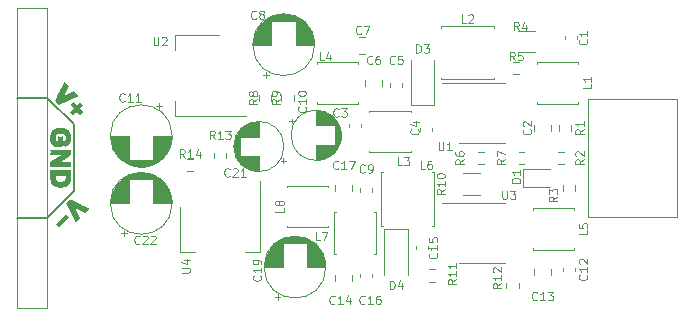
<source format=gbr>
%TF.GenerationSoftware,KiCad,Pcbnew,7.0.6*%
%TF.CreationDate,2024-03-05T13:52:18+08:00*%
%TF.ProjectId,TypeC2DoubleVoltage,54797065-4332-4446-9f75-626c65566f6c,rev?*%
%TF.SameCoordinates,Original*%
%TF.FileFunction,Legend,Top*%
%TF.FilePolarity,Positive*%
%FSLAX46Y46*%
G04 Gerber Fmt 4.6, Leading zero omitted, Abs format (unit mm)*
G04 Created by KiCad (PCBNEW 7.0.6) date 2024-03-05 13:52:18*
%MOMM*%
%LPD*%
G01*
G04 APERTURE LIST*
%ADD10C,0.150000*%
%ADD11C,0.200000*%
%ADD12C,0.114300*%
%ADD13C,0.120000*%
G04 APERTURE END LIST*
D10*
X74917500Y-93282500D02*
X72695000Y-95505000D01*
X70155000Y-85345000D02*
X72695000Y-85345000D01*
X72695000Y-85345000D02*
X74917500Y-87567500D01*
X70155000Y-95505000D02*
X72695000Y-95505000D01*
X74917500Y-87567500D02*
X74917500Y-93282500D01*
D11*
G36*
X74002268Y-89294178D02*
G01*
X74001412Y-89322845D01*
X73998843Y-89349663D01*
X73994560Y-89374631D01*
X73988566Y-89397749D01*
X73980858Y-89419019D01*
X73971437Y-89438438D01*
X73960304Y-89456009D01*
X73947458Y-89471729D01*
X73932899Y-89485601D01*
X73916627Y-89497622D01*
X73898642Y-89507795D01*
X73878945Y-89516117D01*
X73857535Y-89522591D01*
X73834412Y-89527214D01*
X73809576Y-89529989D01*
X73783027Y-89530913D01*
X73752805Y-89530755D01*
X73723183Y-89530281D01*
X73694162Y-89529490D01*
X73665741Y-89528383D01*
X73637921Y-89526960D01*
X73610701Y-89525221D01*
X73584082Y-89523165D01*
X73558063Y-89520793D01*
X73532645Y-89518105D01*
X73507827Y-89515101D01*
X73483610Y-89511780D01*
X73459993Y-89508144D01*
X73436977Y-89504191D01*
X73414561Y-89499921D01*
X73392746Y-89495336D01*
X73371531Y-89490434D01*
X73350917Y-89485216D01*
X73330903Y-89479681D01*
X73311490Y-89473831D01*
X73292677Y-89467664D01*
X73274465Y-89461181D01*
X73256853Y-89454382D01*
X73239842Y-89447266D01*
X73223432Y-89439834D01*
X73207621Y-89432086D01*
X73192412Y-89424022D01*
X73177803Y-89415641D01*
X73163794Y-89406945D01*
X73150386Y-89397932D01*
X73137578Y-89388602D01*
X73125371Y-89378957D01*
X73113764Y-89368995D01*
X73102474Y-89358559D01*
X73091543Y-89347582D01*
X73080970Y-89336065D01*
X73070755Y-89324008D01*
X73060899Y-89311411D01*
X73051401Y-89298274D01*
X73042261Y-89284596D01*
X73033480Y-89270378D01*
X73025057Y-89255621D01*
X73016993Y-89240323D01*
X73009287Y-89224484D01*
X73001940Y-89208106D01*
X72994951Y-89191188D01*
X72988320Y-89173729D01*
X72982048Y-89155730D01*
X72976134Y-89137191D01*
X72970578Y-89118112D01*
X72965382Y-89098493D01*
X72960543Y-89078333D01*
X72956063Y-89057634D01*
X72951941Y-89036394D01*
X72948178Y-89014614D01*
X72944773Y-88992294D01*
X72941726Y-88969434D01*
X72939038Y-88946033D01*
X72936708Y-88922093D01*
X72934737Y-88897612D01*
X72933124Y-88872591D01*
X72931870Y-88847030D01*
X72930974Y-88820928D01*
X72930436Y-88794287D01*
X72930257Y-88767105D01*
X72930456Y-88737263D01*
X72931054Y-88707991D01*
X72932050Y-88679289D01*
X72933444Y-88651157D01*
X72935237Y-88623595D01*
X72937428Y-88596603D01*
X72940018Y-88570180D01*
X72943006Y-88544328D01*
X72946392Y-88519046D01*
X72950177Y-88494333D01*
X72954360Y-88470191D01*
X72958942Y-88446619D01*
X72963922Y-88423616D01*
X72969300Y-88401184D01*
X72975077Y-88379321D01*
X72981252Y-88358029D01*
X72987826Y-88337306D01*
X72994798Y-88317154D01*
X73002168Y-88297571D01*
X73009937Y-88278559D01*
X73018104Y-88260116D01*
X73026669Y-88242243D01*
X73035633Y-88224941D01*
X73044996Y-88208208D01*
X73054756Y-88192045D01*
X73064916Y-88176452D01*
X73075473Y-88161430D01*
X73086429Y-88146977D01*
X73097783Y-88133094D01*
X73109536Y-88119781D01*
X73121687Y-88107038D01*
X73134237Y-88094865D01*
X73146565Y-88083552D01*
X73159449Y-88072598D01*
X73172889Y-88062004D01*
X73186884Y-88051768D01*
X73201434Y-88041892D01*
X73216540Y-88032375D01*
X73232201Y-88023217D01*
X73248417Y-88014418D01*
X73265189Y-88005978D01*
X73282517Y-87997897D01*
X73300400Y-87990176D01*
X73318838Y-87982813D01*
X73337832Y-87975810D01*
X73357381Y-87969166D01*
X73377485Y-87962881D01*
X73398145Y-87956955D01*
X73419361Y-87951389D01*
X73441132Y-87946181D01*
X73463458Y-87941333D01*
X73486340Y-87936843D01*
X73509777Y-87932713D01*
X73533769Y-87928942D01*
X73558317Y-87925531D01*
X73583421Y-87922478D01*
X73609080Y-87919784D01*
X73635294Y-87917450D01*
X73662064Y-87915475D01*
X73689389Y-87913859D01*
X73717270Y-87912602D01*
X73745706Y-87911704D01*
X73774697Y-87911165D01*
X73804244Y-87910985D01*
X73834213Y-87911182D01*
X73863634Y-87911771D01*
X73892507Y-87912752D01*
X73920832Y-87914126D01*
X73948609Y-87915893D01*
X73975837Y-87918052D01*
X74002518Y-87920604D01*
X74028650Y-87923548D01*
X74054234Y-87926885D01*
X74079270Y-87930614D01*
X74103757Y-87934737D01*
X74127697Y-87939251D01*
X74151088Y-87944159D01*
X74173931Y-87949458D01*
X74196226Y-87955151D01*
X74217973Y-87961236D01*
X74239172Y-87967714D01*
X74259822Y-87974584D01*
X74279925Y-87981846D01*
X74299479Y-87989502D01*
X74318485Y-87997550D01*
X74336943Y-88005990D01*
X74354853Y-88014823D01*
X74372214Y-88024049D01*
X74389028Y-88033667D01*
X74405293Y-88043678D01*
X74421010Y-88054082D01*
X74436179Y-88064878D01*
X74450800Y-88076066D01*
X74464873Y-88087647D01*
X74478397Y-88099621D01*
X74491373Y-88111987D01*
X74503785Y-88124549D01*
X74515804Y-88137622D01*
X74527428Y-88151204D01*
X74538658Y-88165297D01*
X74549494Y-88179901D01*
X74559936Y-88195014D01*
X74569984Y-88210638D01*
X74579637Y-88226773D01*
X74588897Y-88243417D01*
X74597763Y-88260573D01*
X74606235Y-88278238D01*
X74614313Y-88296414D01*
X74621996Y-88315100D01*
X74629286Y-88334297D01*
X74636182Y-88354004D01*
X74642683Y-88374221D01*
X74648791Y-88394948D01*
X74654504Y-88416186D01*
X74659824Y-88437935D01*
X74664749Y-88460193D01*
X74669281Y-88482962D01*
X74673418Y-88506242D01*
X74677161Y-88530032D01*
X74680511Y-88554332D01*
X74683466Y-88579142D01*
X74686027Y-88604463D01*
X74688194Y-88630294D01*
X74689968Y-88656636D01*
X74691347Y-88683488D01*
X74692332Y-88710850D01*
X74692923Y-88738722D01*
X74693120Y-88767105D01*
X74693004Y-88786779D01*
X74692656Y-88806159D01*
X74692076Y-88825244D01*
X74691265Y-88844034D01*
X74690221Y-88862530D01*
X74688945Y-88880732D01*
X74687438Y-88898639D01*
X74685699Y-88916252D01*
X74683727Y-88933570D01*
X74681524Y-88950594D01*
X74679089Y-88967323D01*
X74676422Y-88983758D01*
X74673523Y-88999899D01*
X74670392Y-89015745D01*
X74667029Y-89031297D01*
X74663435Y-89046554D01*
X74659608Y-89061517D01*
X74655550Y-89076185D01*
X74651259Y-89090559D01*
X74641983Y-89118424D01*
X74631779Y-89145111D01*
X74620647Y-89170620D01*
X74608587Y-89194951D01*
X74595600Y-89218105D01*
X74581685Y-89240081D01*
X74574380Y-89250627D01*
X74559148Y-89270816D01*
X74542671Y-89290252D01*
X74524949Y-89308934D01*
X74505983Y-89326864D01*
X74485772Y-89344040D01*
X74464317Y-89360463D01*
X74441617Y-89376133D01*
X74417673Y-89391049D01*
X74392483Y-89405213D01*
X74366049Y-89418623D01*
X74352366Y-89425046D01*
X74338371Y-89431280D01*
X74324065Y-89437326D01*
X74309448Y-89443184D01*
X74294519Y-89448854D01*
X74279280Y-89454335D01*
X74263729Y-89459628D01*
X74247868Y-89464733D01*
X74231695Y-89469649D01*
X74215211Y-89474377D01*
X74198415Y-89478917D01*
X74181309Y-89483268D01*
X74014179Y-89049253D01*
X74032682Y-89044901D01*
X74050407Y-89040314D01*
X74067357Y-89035491D01*
X74083530Y-89030432D01*
X74098926Y-89025138D01*
X74113546Y-89019608D01*
X74127390Y-89013843D01*
X74146700Y-89004754D01*
X74164262Y-88995135D01*
X74180078Y-88984985D01*
X74194146Y-88974306D01*
X74206468Y-88963097D01*
X74217043Y-88951357D01*
X74228122Y-88935456D01*
X74235462Y-88922202D01*
X74241972Y-88907810D01*
X74247650Y-88892279D01*
X74252497Y-88875609D01*
X74256514Y-88857801D01*
X74259699Y-88838855D01*
X74262053Y-88818770D01*
X74263577Y-88797547D01*
X74264269Y-88775185D01*
X74264315Y-88767478D01*
X74263940Y-88743905D01*
X74262815Y-88721205D01*
X74260939Y-88699378D01*
X74258313Y-88678423D01*
X74254937Y-88658340D01*
X74250811Y-88639129D01*
X74245934Y-88620791D01*
X74240307Y-88603326D01*
X74233930Y-88586733D01*
X74226802Y-88571012D01*
X74218924Y-88556164D01*
X74210296Y-88542188D01*
X74200918Y-88529084D01*
X74190789Y-88516853D01*
X74179910Y-88505494D01*
X74168281Y-88495008D01*
X74155028Y-88484866D01*
X74140579Y-88475379D01*
X74124936Y-88466546D01*
X74108097Y-88458367D01*
X74090063Y-88450843D01*
X74070833Y-88443972D01*
X74050409Y-88437757D01*
X74028789Y-88432195D01*
X74005974Y-88427288D01*
X73981964Y-88423035D01*
X73956759Y-88419436D01*
X73930359Y-88416492D01*
X73902763Y-88414202D01*
X73873972Y-88412566D01*
X73843986Y-88411584D01*
X73828545Y-88411339D01*
X73812805Y-88411257D01*
X73797646Y-88411337D01*
X73768220Y-88411970D01*
X73739983Y-88413238D01*
X73712935Y-88415140D01*
X73687077Y-88417676D01*
X73662409Y-88420846D01*
X73638929Y-88424649D01*
X73616639Y-88429087D01*
X73595539Y-88434159D01*
X73575628Y-88439864D01*
X73556906Y-88446204D01*
X73539373Y-88453177D01*
X73523030Y-88460784D01*
X73507877Y-88469026D01*
X73493912Y-88477901D01*
X73481137Y-88487410D01*
X73475196Y-88492403D01*
X73464018Y-88502463D01*
X73453560Y-88513474D01*
X73443824Y-88525436D01*
X73434810Y-88538349D01*
X73426516Y-88552213D01*
X73418943Y-88567028D01*
X73412092Y-88582794D01*
X73405962Y-88599511D01*
X73400553Y-88617178D01*
X73395865Y-88635797D01*
X73391899Y-88655366D01*
X73388653Y-88675887D01*
X73386129Y-88697358D01*
X73384326Y-88719780D01*
X73383245Y-88743154D01*
X73382884Y-88767478D01*
X73383093Y-88785134D01*
X73383721Y-88802230D01*
X73384768Y-88818765D01*
X73386234Y-88834740D01*
X73388118Y-88850154D01*
X73390422Y-88865008D01*
X73396284Y-88893034D01*
X73403822Y-88918818D01*
X73413034Y-88942360D01*
X73423922Y-88963660D01*
X73436485Y-88982717D01*
X73450722Y-88999533D01*
X73466635Y-89014107D01*
X73484223Y-89026438D01*
X73503485Y-89036527D01*
X73524423Y-89044375D01*
X73547036Y-89049980D01*
X73571323Y-89053343D01*
X73597286Y-89054464D01*
X73597286Y-88618959D01*
X73843700Y-88652832D01*
X74002268Y-88617843D01*
X74002268Y-89294178D01*
G37*
G36*
X72954080Y-90857155D02*
G01*
X72954347Y-90839352D01*
X72955150Y-90822980D01*
X72956487Y-90808039D01*
X72958912Y-90791374D01*
X72962925Y-90774327D01*
X72969128Y-90758508D01*
X72971202Y-90754793D01*
X72980522Y-90742862D01*
X72991942Y-90731529D01*
X73003878Y-90721306D01*
X73018013Y-90710373D01*
X73030904Y-90701117D01*
X73045203Y-90691407D01*
X73048997Y-90688909D01*
X73072066Y-90675083D01*
X73084851Y-90667396D01*
X73098468Y-90659195D01*
X73112919Y-90650478D01*
X73128203Y-90641245D01*
X73144320Y-90631497D01*
X73161270Y-90621233D01*
X73179053Y-90610454D01*
X73197669Y-90599160D01*
X73217119Y-90587350D01*
X73237402Y-90575025D01*
X73258518Y-90562184D01*
X73280467Y-90548828D01*
X73303249Y-90534957D01*
X73326864Y-90520570D01*
X73351312Y-90505667D01*
X73376594Y-90490249D01*
X73402709Y-90474316D01*
X73429657Y-90457867D01*
X73457438Y-90440903D01*
X73486052Y-90423423D01*
X73515499Y-90405428D01*
X73545779Y-90386917D01*
X73576893Y-90367891D01*
X73608840Y-90348350D01*
X73641620Y-90328293D01*
X73675233Y-90307720D01*
X73709679Y-90286632D01*
X73744958Y-90265029D01*
X73781071Y-90242910D01*
X73818016Y-90220276D01*
X72951102Y-90220276D01*
X73031875Y-89874478D01*
X72943657Y-89743827D01*
X74669297Y-89743827D01*
X74669297Y-90085158D01*
X74668692Y-90107107D01*
X74666876Y-90127727D01*
X74663850Y-90147019D01*
X74659614Y-90164983D01*
X74654167Y-90181619D01*
X74647509Y-90196926D01*
X74639641Y-90210905D01*
X74630563Y-90223556D01*
X74620274Y-90234879D01*
X74608774Y-90244874D01*
X74600436Y-90250799D01*
X73827322Y-90744370D01*
X74669297Y-90744370D01*
X74669297Y-91220820D01*
X72954080Y-91220820D01*
X72954080Y-90857155D01*
G37*
G36*
X74716048Y-91463617D02*
G01*
X74711549Y-91482219D01*
X74707542Y-91498844D01*
X74704025Y-91513494D01*
X74700099Y-91529954D01*
X74696419Y-91545588D01*
X74693147Y-91560390D01*
X74693120Y-91560662D01*
X74693120Y-92248164D01*
X74692897Y-92267726D01*
X74692230Y-92287051D01*
X74691118Y-92306138D01*
X74689560Y-92324988D01*
X74687558Y-92343600D01*
X74685111Y-92361973D01*
X74682219Y-92380110D01*
X74678882Y-92398008D01*
X74675100Y-92415669D01*
X74670874Y-92433092D01*
X74666202Y-92450277D01*
X74661085Y-92467225D01*
X74655524Y-92483935D01*
X74649517Y-92500407D01*
X74643066Y-92516641D01*
X74636169Y-92532638D01*
X74628828Y-92548397D01*
X74621042Y-92563918D01*
X74612811Y-92579201D01*
X74604135Y-92594247D01*
X74595014Y-92609055D01*
X74585448Y-92623625D01*
X74575437Y-92637958D01*
X74564981Y-92652052D01*
X74554080Y-92665910D01*
X74542735Y-92679529D01*
X74530944Y-92692910D01*
X74518709Y-92706054D01*
X74506028Y-92718960D01*
X74492903Y-92731629D01*
X74479333Y-92744060D01*
X74465317Y-92756253D01*
X74450216Y-92768779D01*
X74434785Y-92780908D01*
X74419022Y-92792639D01*
X74402929Y-92803973D01*
X74386505Y-92814909D01*
X74369750Y-92825447D01*
X74352664Y-92835588D01*
X74335248Y-92845331D01*
X74317500Y-92854676D01*
X74299422Y-92863624D01*
X74281014Y-92872174D01*
X74262274Y-92880326D01*
X74243204Y-92888081D01*
X74223802Y-92895437D01*
X74204070Y-92902397D01*
X74184008Y-92908958D01*
X74163614Y-92915122D01*
X74142890Y-92920888D01*
X74121835Y-92926257D01*
X74100449Y-92931228D01*
X74078732Y-92935801D01*
X74056684Y-92939977D01*
X74034306Y-92943755D01*
X74011597Y-92947135D01*
X73988557Y-92950117D01*
X73965187Y-92952702D01*
X73941485Y-92954889D01*
X73917453Y-92956679D01*
X73893090Y-92958071D01*
X73868396Y-92959065D01*
X73843372Y-92959661D01*
X73818016Y-92959860D01*
X73791917Y-92959666D01*
X73766197Y-92959082D01*
X73740855Y-92958110D01*
X73715893Y-92956749D01*
X73691309Y-92954998D01*
X73667103Y-92952859D01*
X73643277Y-92950331D01*
X73619829Y-92947414D01*
X73596760Y-92944108D01*
X73574070Y-92940413D01*
X73551759Y-92936329D01*
X73529826Y-92931856D01*
X73508272Y-92926994D01*
X73487097Y-92921743D01*
X73466301Y-92916104D01*
X73445883Y-92910075D01*
X73425844Y-92903657D01*
X73406184Y-92896851D01*
X73386903Y-92889655D01*
X73368001Y-92882071D01*
X73349477Y-92874097D01*
X73331332Y-92865735D01*
X73313566Y-92856984D01*
X73296179Y-92847843D01*
X73279170Y-92838314D01*
X73262540Y-92828396D01*
X73246289Y-92818089D01*
X73230417Y-92807393D01*
X73214923Y-92796308D01*
X73199808Y-92784834D01*
X73185072Y-92772971D01*
X73170715Y-92760719D01*
X73157387Y-92748905D01*
X73144482Y-92736820D01*
X73132000Y-92724463D01*
X73119941Y-92711835D01*
X73108305Y-92698937D01*
X73097093Y-92685767D01*
X73086303Y-92672325D01*
X73075937Y-92658613D01*
X73065994Y-92644629D01*
X73056474Y-92630375D01*
X73047377Y-92615849D01*
X73038703Y-92601052D01*
X73030452Y-92585983D01*
X73022624Y-92570644D01*
X73015220Y-92555033D01*
X73008238Y-92539152D01*
X73001680Y-92522999D01*
X72995545Y-92506575D01*
X72989833Y-92489879D01*
X72984544Y-92472913D01*
X72979678Y-92455675D01*
X72975235Y-92438166D01*
X72971216Y-92420386D01*
X72967619Y-92402335D01*
X72964446Y-92384013D01*
X72961696Y-92365419D01*
X72959368Y-92346555D01*
X72957464Y-92327419D01*
X72955984Y-92308012D01*
X72954926Y-92288334D01*
X72954291Y-92268384D01*
X72954080Y-92248164D01*
X72954080Y-91959316D01*
X73406706Y-91959316D01*
X73406706Y-92116396D01*
X73407105Y-92137510D01*
X73408301Y-92157954D01*
X73410295Y-92177728D01*
X73413087Y-92196832D01*
X73416675Y-92215265D01*
X73421062Y-92233028D01*
X73426246Y-92250120D01*
X73432227Y-92266543D01*
X73439006Y-92282295D01*
X73446583Y-92297376D01*
X73454957Y-92311788D01*
X73464128Y-92325529D01*
X73474097Y-92338600D01*
X73484864Y-92351000D01*
X73496428Y-92362730D01*
X73508789Y-92373790D01*
X73521949Y-92384180D01*
X73535905Y-92393899D01*
X73550659Y-92402948D01*
X73566211Y-92411327D01*
X73582560Y-92419035D01*
X73599707Y-92426073D01*
X73617651Y-92432441D01*
X73636393Y-92438139D01*
X73655933Y-92443166D01*
X73676269Y-92447523D01*
X73697404Y-92451210D01*
X73719336Y-92454226D01*
X73742065Y-92456572D01*
X73765592Y-92458248D01*
X73789916Y-92459253D01*
X73815038Y-92459588D01*
X73840412Y-92459181D01*
X73865074Y-92457960D01*
X73889023Y-92455924D01*
X73912259Y-92453074D01*
X73934783Y-92449410D01*
X73956595Y-92444932D01*
X73977694Y-92439639D01*
X73998081Y-92433532D01*
X74017755Y-92426611D01*
X74036717Y-92418876D01*
X74054966Y-92410327D01*
X74072503Y-92400963D01*
X74089327Y-92390785D01*
X74105439Y-92379792D01*
X74120838Y-92367986D01*
X74135525Y-92355365D01*
X74148236Y-92343614D01*
X74160127Y-92331438D01*
X74171198Y-92318837D01*
X74181449Y-92305812D01*
X74190879Y-92292363D01*
X74199490Y-92278489D01*
X74207280Y-92264190D01*
X74214251Y-92249467D01*
X74220401Y-92234319D01*
X74225732Y-92218746D01*
X74230242Y-92202749D01*
X74233932Y-92186328D01*
X74236803Y-92169482D01*
X74238853Y-92152211D01*
X74240083Y-92134516D01*
X74240493Y-92116396D01*
X74240493Y-91959316D01*
X73406706Y-91959316D01*
X72954080Y-91959316D01*
X72954080Y-91482867D01*
X74416928Y-91482867D01*
X74438530Y-91482711D01*
X74459786Y-91482245D01*
X74480697Y-91481467D01*
X74501261Y-91480378D01*
X74521479Y-91478978D01*
X74541350Y-91477266D01*
X74560876Y-91475244D01*
X74580056Y-91472910D01*
X74598890Y-91470265D01*
X74617378Y-91467309D01*
X74635519Y-91464042D01*
X74653315Y-91460464D01*
X74670764Y-91456574D01*
X74687868Y-91452374D01*
X74704625Y-91447862D01*
X74721037Y-91443039D01*
X74716048Y-91463617D01*
G37*
G36*
X73685184Y-85968789D02*
G01*
X73439089Y-85722694D01*
X73425058Y-85708261D01*
X73412282Y-85694277D01*
X73400759Y-85680742D01*
X73390490Y-85667656D01*
X73381475Y-85655018D01*
X73371406Y-85638866D01*
X73363565Y-85623512D01*
X73357954Y-85608955D01*
X73354074Y-85591882D01*
X73353584Y-85574405D01*
X73355330Y-85558471D01*
X73358976Y-85540801D01*
X73362957Y-85526410D01*
X73368007Y-85511043D01*
X73374126Y-85494699D01*
X73381313Y-85477379D01*
X73389569Y-85459083D01*
X73398894Y-85439811D01*
X73402240Y-85433170D01*
X73410565Y-85416347D01*
X73423893Y-85389630D01*
X73432433Y-85372563D01*
X73442223Y-85353022D01*
X73453265Y-85331007D01*
X73465557Y-85306520D01*
X73479100Y-85279559D01*
X73493893Y-85250125D01*
X73509938Y-85218218D01*
X73527233Y-85183838D01*
X73545779Y-85146985D01*
X73565575Y-85107658D01*
X73586623Y-85065858D01*
X73608921Y-85021586D01*
X73632469Y-84974839D01*
X73657269Y-84925620D01*
X73683319Y-84873928D01*
X73710620Y-84819762D01*
X73739172Y-84763123D01*
X73768974Y-84704011D01*
X73800027Y-84642426D01*
X73832331Y-84578367D01*
X73865886Y-84511835D01*
X73900691Y-84442831D01*
X73936747Y-84371353D01*
X73974054Y-84297401D01*
X74012611Y-84220977D01*
X74052420Y-84142079D01*
X74093479Y-84060709D01*
X74135788Y-83976865D01*
X74514012Y-84355088D01*
X74059459Y-85238136D01*
X74944087Y-84785163D01*
X75327048Y-85168124D01*
X73685184Y-85968789D01*
G37*
G36*
X74876970Y-85678213D02*
G01*
X75163335Y-85964578D01*
X75449701Y-85678213D01*
X75736066Y-85964578D01*
X75449701Y-86250944D01*
X75736066Y-86537309D01*
X75476811Y-86796565D01*
X75190445Y-86510199D01*
X74893815Y-86806830D01*
X74607449Y-86520464D01*
X74904080Y-86223834D01*
X74617714Y-85937468D01*
X74876970Y-85678213D01*
G37*
G36*
X74272653Y-94293740D02*
G01*
X74518749Y-94047645D01*
X74533181Y-94033615D01*
X74547165Y-94020838D01*
X74560701Y-94009315D01*
X74573787Y-93999047D01*
X74586425Y-93990032D01*
X74602577Y-93979962D01*
X74617931Y-93972122D01*
X74632487Y-93966510D01*
X74649561Y-93962630D01*
X74667038Y-93962140D01*
X74682972Y-93963886D01*
X74700642Y-93967532D01*
X74715033Y-93971513D01*
X74730400Y-93976563D01*
X74746744Y-93982682D01*
X74764063Y-93989869D01*
X74782359Y-93998125D01*
X74801632Y-94007450D01*
X74808273Y-94010796D01*
X74825096Y-94019121D01*
X74851812Y-94032449D01*
X74868880Y-94040989D01*
X74888421Y-94050780D01*
X74910435Y-94061821D01*
X74934923Y-94074113D01*
X74961884Y-94087656D01*
X74991317Y-94102450D01*
X75023224Y-94118494D01*
X75057605Y-94135789D01*
X75094458Y-94154335D01*
X75133785Y-94174132D01*
X75175584Y-94195179D01*
X75219857Y-94217477D01*
X75266603Y-94241026D01*
X75315823Y-94265825D01*
X75367515Y-94291875D01*
X75421681Y-94319176D01*
X75478320Y-94347728D01*
X75537432Y-94377530D01*
X75599017Y-94408584D01*
X75663076Y-94440887D01*
X75729607Y-94474442D01*
X75798612Y-94509247D01*
X75870090Y-94545303D01*
X75944041Y-94582610D01*
X76020466Y-94621168D01*
X76099363Y-94660976D01*
X76180734Y-94702035D01*
X76264578Y-94744345D01*
X75886355Y-95122568D01*
X75003307Y-94668016D01*
X75456280Y-95552643D01*
X75073319Y-95935604D01*
X74272653Y-94293740D01*
G37*
G36*
X73400923Y-96041412D02*
G01*
X74276865Y-95165470D01*
X74536120Y-95424726D01*
X73660179Y-96300668D01*
X73400923Y-96041412D01*
G37*
D12*
X111435570Y-90543532D02*
X111096904Y-90780599D01*
X111435570Y-90949932D02*
X110724370Y-90949932D01*
X110724370Y-90949932D02*
X110724370Y-90678999D01*
X110724370Y-90678999D02*
X110758237Y-90611266D01*
X110758237Y-90611266D02*
X110792104Y-90577399D01*
X110792104Y-90577399D02*
X110859837Y-90543532D01*
X110859837Y-90543532D02*
X110961437Y-90543532D01*
X110961437Y-90543532D02*
X111029170Y-90577399D01*
X111029170Y-90577399D02*
X111063037Y-90611266D01*
X111063037Y-90611266D02*
X111096904Y-90678999D01*
X111096904Y-90678999D02*
X111096904Y-90949932D01*
X110724370Y-90306466D02*
X110724370Y-89832332D01*
X110724370Y-89832332D02*
X111435570Y-90137132D01*
X92703070Y-94671033D02*
X92703070Y-95009699D01*
X92703070Y-95009699D02*
X91991870Y-95009699D01*
X92296670Y-94332366D02*
X92262804Y-94400100D01*
X92262804Y-94400100D02*
X92228937Y-94433966D01*
X92228937Y-94433966D02*
X92161204Y-94467833D01*
X92161204Y-94467833D02*
X92127337Y-94467833D01*
X92127337Y-94467833D02*
X92059604Y-94433966D01*
X92059604Y-94433966D02*
X92025737Y-94400100D01*
X92025737Y-94400100D02*
X91991870Y-94332366D01*
X91991870Y-94332366D02*
X91991870Y-94196900D01*
X91991870Y-94196900D02*
X92025737Y-94129166D01*
X92025737Y-94129166D02*
X92059604Y-94095300D01*
X92059604Y-94095300D02*
X92127337Y-94061433D01*
X92127337Y-94061433D02*
X92161204Y-94061433D01*
X92161204Y-94061433D02*
X92228937Y-94095300D01*
X92228937Y-94095300D02*
X92262804Y-94129166D01*
X92262804Y-94129166D02*
X92296670Y-94196900D01*
X92296670Y-94196900D02*
X92296670Y-94332366D01*
X92296670Y-94332366D02*
X92330537Y-94400100D01*
X92330537Y-94400100D02*
X92364404Y-94433966D01*
X92364404Y-94433966D02*
X92432137Y-94467833D01*
X92432137Y-94467833D02*
X92567604Y-94467833D01*
X92567604Y-94467833D02*
X92635337Y-94433966D01*
X92635337Y-94433966D02*
X92669204Y-94400100D01*
X92669204Y-94400100D02*
X92703070Y-94332366D01*
X92703070Y-94332366D02*
X92703070Y-94196900D01*
X92703070Y-94196900D02*
X92669204Y-94129166D01*
X92669204Y-94129166D02*
X92635337Y-94095300D01*
X92635337Y-94095300D02*
X92567604Y-94061433D01*
X92567604Y-94061433D02*
X92432137Y-94061433D01*
X92432137Y-94061433D02*
X92364404Y-94095300D01*
X92364404Y-94095300D02*
X92330537Y-94129166D01*
X92330537Y-94129166D02*
X92296670Y-94196900D01*
X94540337Y-86119699D02*
X94574204Y-86153566D01*
X94574204Y-86153566D02*
X94608070Y-86255166D01*
X94608070Y-86255166D02*
X94608070Y-86322899D01*
X94608070Y-86322899D02*
X94574204Y-86424499D01*
X94574204Y-86424499D02*
X94506470Y-86492233D01*
X94506470Y-86492233D02*
X94438737Y-86526099D01*
X94438737Y-86526099D02*
X94303270Y-86559966D01*
X94303270Y-86559966D02*
X94201670Y-86559966D01*
X94201670Y-86559966D02*
X94066204Y-86526099D01*
X94066204Y-86526099D02*
X93998470Y-86492233D01*
X93998470Y-86492233D02*
X93930737Y-86424499D01*
X93930737Y-86424499D02*
X93896870Y-86322899D01*
X93896870Y-86322899D02*
X93896870Y-86255166D01*
X93896870Y-86255166D02*
X93930737Y-86153566D01*
X93930737Y-86153566D02*
X93964604Y-86119699D01*
X94608070Y-85442366D02*
X94608070Y-85848766D01*
X94608070Y-85645566D02*
X93896870Y-85645566D01*
X93896870Y-85645566D02*
X93998470Y-85713299D01*
X93998470Y-85713299D02*
X94066204Y-85781033D01*
X94066204Y-85781033D02*
X94100070Y-85848766D01*
X93896870Y-85002100D02*
X93896870Y-84934366D01*
X93896870Y-84934366D02*
X93930737Y-84866633D01*
X93930737Y-84866633D02*
X93964604Y-84832766D01*
X93964604Y-84832766D02*
X94032337Y-84798900D01*
X94032337Y-84798900D02*
X94167804Y-84765033D01*
X94167804Y-84765033D02*
X94337137Y-84765033D01*
X94337137Y-84765033D02*
X94472604Y-84798900D01*
X94472604Y-84798900D02*
X94540337Y-84832766D01*
X94540337Y-84832766D02*
X94574204Y-84866633D01*
X94574204Y-84866633D02*
X94608070Y-84934366D01*
X94608070Y-84934366D02*
X94608070Y-85002100D01*
X94608070Y-85002100D02*
X94574204Y-85069833D01*
X94574204Y-85069833D02*
X94540337Y-85103700D01*
X94540337Y-85103700D02*
X94472604Y-85137566D01*
X94472604Y-85137566D02*
X94337137Y-85171433D01*
X94337137Y-85171433D02*
X94167804Y-85171433D01*
X94167804Y-85171433D02*
X94032337Y-85137566D01*
X94032337Y-85137566D02*
X93964604Y-85103700D01*
X93964604Y-85103700D02*
X93930737Y-85069833D01*
X93930737Y-85069833D02*
X93896870Y-85002100D01*
X111205633Y-93211870D02*
X111205633Y-93787604D01*
X111205633Y-93787604D02*
X111239500Y-93855337D01*
X111239500Y-93855337D02*
X111273366Y-93889204D01*
X111273366Y-93889204D02*
X111341100Y-93923070D01*
X111341100Y-93923070D02*
X111476566Y-93923070D01*
X111476566Y-93923070D02*
X111544300Y-93889204D01*
X111544300Y-93889204D02*
X111578166Y-93855337D01*
X111578166Y-93855337D02*
X111612033Y-93787604D01*
X111612033Y-93787604D02*
X111612033Y-93211870D01*
X111882967Y-93211870D02*
X112323233Y-93211870D01*
X112323233Y-93211870D02*
X112086167Y-93482804D01*
X112086167Y-93482804D02*
X112187767Y-93482804D01*
X112187767Y-93482804D02*
X112255500Y-93516670D01*
X112255500Y-93516670D02*
X112289367Y-93550537D01*
X112289367Y-93550537D02*
X112323233Y-93618270D01*
X112323233Y-93618270D02*
X112323233Y-93787604D01*
X112323233Y-93787604D02*
X112289367Y-93855337D01*
X112289367Y-93855337D02*
X112255500Y-93889204D01*
X112255500Y-93889204D02*
X112187767Y-93923070D01*
X112187767Y-93923070D02*
X111984567Y-93923070D01*
X111984567Y-93923070D02*
X111916833Y-93889204D01*
X111916833Y-93889204D02*
X111882967Y-93855337D01*
X118352837Y-80383532D02*
X118386704Y-80417399D01*
X118386704Y-80417399D02*
X118420570Y-80518999D01*
X118420570Y-80518999D02*
X118420570Y-80586732D01*
X118420570Y-80586732D02*
X118386704Y-80688332D01*
X118386704Y-80688332D02*
X118318970Y-80756066D01*
X118318970Y-80756066D02*
X118251237Y-80789932D01*
X118251237Y-80789932D02*
X118115770Y-80823799D01*
X118115770Y-80823799D02*
X118014170Y-80823799D01*
X118014170Y-80823799D02*
X117878704Y-80789932D01*
X117878704Y-80789932D02*
X117810970Y-80756066D01*
X117810970Y-80756066D02*
X117743237Y-80688332D01*
X117743237Y-80688332D02*
X117709370Y-80586732D01*
X117709370Y-80586732D02*
X117709370Y-80518999D01*
X117709370Y-80518999D02*
X117743237Y-80417399D01*
X117743237Y-80417399D02*
X117777104Y-80383532D01*
X118420570Y-79706199D02*
X118420570Y-80112599D01*
X118420570Y-79909399D02*
X117709370Y-79909399D01*
X117709370Y-79909399D02*
X117810970Y-79977132D01*
X117810970Y-79977132D02*
X117878704Y-80044866D01*
X117878704Y-80044866D02*
X117912570Y-80112599D01*
X104643967Y-91383070D02*
X104305300Y-91383070D01*
X104305300Y-91383070D02*
X104305300Y-90671870D01*
X105185833Y-90671870D02*
X105050366Y-90671870D01*
X105050366Y-90671870D02*
X104982633Y-90705737D01*
X104982633Y-90705737D02*
X104948766Y-90739604D01*
X104948766Y-90739604D02*
X104881033Y-90841204D01*
X104881033Y-90841204D02*
X104847166Y-90976670D01*
X104847166Y-90976670D02*
X104847166Y-91247604D01*
X104847166Y-91247604D02*
X104881033Y-91315337D01*
X104881033Y-91315337D02*
X104914900Y-91349204D01*
X104914900Y-91349204D02*
X104982633Y-91383070D01*
X104982633Y-91383070D02*
X105118100Y-91383070D01*
X105118100Y-91383070D02*
X105185833Y-91349204D01*
X105185833Y-91349204D02*
X105219700Y-91315337D01*
X105219700Y-91315337D02*
X105253566Y-91247604D01*
X105253566Y-91247604D02*
X105253566Y-91078270D01*
X105253566Y-91078270D02*
X105219700Y-91010537D01*
X105219700Y-91010537D02*
X105185833Y-90976670D01*
X105185833Y-90976670D02*
X105118100Y-90942804D01*
X105118100Y-90942804D02*
X104982633Y-90942804D01*
X104982633Y-90942804D02*
X104914900Y-90976670D01*
X104914900Y-90976670D02*
X104881033Y-91010537D01*
X104881033Y-91010537D02*
X104847166Y-91078270D01*
X115880570Y-93718532D02*
X115541904Y-93955599D01*
X115880570Y-94124932D02*
X115169370Y-94124932D01*
X115169370Y-94124932D02*
X115169370Y-93853999D01*
X115169370Y-93853999D02*
X115203237Y-93786266D01*
X115203237Y-93786266D02*
X115237104Y-93752399D01*
X115237104Y-93752399D02*
X115304837Y-93718532D01*
X115304837Y-93718532D02*
X115406437Y-93718532D01*
X115406437Y-93718532D02*
X115474170Y-93752399D01*
X115474170Y-93752399D02*
X115508037Y-93786266D01*
X115508037Y-93786266D02*
X115541904Y-93853999D01*
X115541904Y-93853999D02*
X115541904Y-94124932D01*
X115169370Y-93481466D02*
X115169370Y-93041199D01*
X115169370Y-93041199D02*
X115440304Y-93278266D01*
X115440304Y-93278266D02*
X115440304Y-93176666D01*
X115440304Y-93176666D02*
X115474170Y-93108932D01*
X115474170Y-93108932D02*
X115508037Y-93075066D01*
X115508037Y-93075066D02*
X115575770Y-93041199D01*
X115575770Y-93041199D02*
X115745104Y-93041199D01*
X115745104Y-93041199D02*
X115812837Y-93075066D01*
X115812837Y-93075066D02*
X115846704Y-93108932D01*
X115846704Y-93108932D02*
X115880570Y-93176666D01*
X115880570Y-93176666D02*
X115880570Y-93379866D01*
X115880570Y-93379866D02*
X115846704Y-93447599D01*
X115846704Y-93447599D02*
X115812837Y-93481466D01*
X114147800Y-102427837D02*
X114113933Y-102461704D01*
X114113933Y-102461704D02*
X114012333Y-102495570D01*
X114012333Y-102495570D02*
X113944600Y-102495570D01*
X113944600Y-102495570D02*
X113843000Y-102461704D01*
X113843000Y-102461704D02*
X113775267Y-102393970D01*
X113775267Y-102393970D02*
X113741400Y-102326237D01*
X113741400Y-102326237D02*
X113707533Y-102190770D01*
X113707533Y-102190770D02*
X113707533Y-102089170D01*
X113707533Y-102089170D02*
X113741400Y-101953704D01*
X113741400Y-101953704D02*
X113775267Y-101885970D01*
X113775267Y-101885970D02*
X113843000Y-101818237D01*
X113843000Y-101818237D02*
X113944600Y-101784370D01*
X113944600Y-101784370D02*
X114012333Y-101784370D01*
X114012333Y-101784370D02*
X114113933Y-101818237D01*
X114113933Y-101818237D02*
X114147800Y-101852104D01*
X114825133Y-102495570D02*
X114418733Y-102495570D01*
X114621933Y-102495570D02*
X114621933Y-101784370D01*
X114621933Y-101784370D02*
X114554200Y-101885970D01*
X114554200Y-101885970D02*
X114486467Y-101953704D01*
X114486467Y-101953704D02*
X114418733Y-101987570D01*
X115062200Y-101784370D02*
X115502466Y-101784370D01*
X115502466Y-101784370D02*
X115265400Y-102055304D01*
X115265400Y-102055304D02*
X115367000Y-102055304D01*
X115367000Y-102055304D02*
X115434733Y-102089170D01*
X115434733Y-102089170D02*
X115468600Y-102123037D01*
X115468600Y-102123037D02*
X115502466Y-102190770D01*
X115502466Y-102190770D02*
X115502466Y-102360104D01*
X115502466Y-102360104D02*
X115468600Y-102427837D01*
X115468600Y-102427837D02*
X115434733Y-102461704D01*
X115434733Y-102461704D02*
X115367000Y-102495570D01*
X115367000Y-102495570D02*
X115163800Y-102495570D01*
X115163800Y-102495570D02*
X115096066Y-102461704D01*
X115096066Y-102461704D02*
X115062200Y-102427837D01*
X84302800Y-90430570D02*
X84065733Y-90091904D01*
X83896400Y-90430570D02*
X83896400Y-89719370D01*
X83896400Y-89719370D02*
X84167333Y-89719370D01*
X84167333Y-89719370D02*
X84235067Y-89753237D01*
X84235067Y-89753237D02*
X84268933Y-89787104D01*
X84268933Y-89787104D02*
X84302800Y-89854837D01*
X84302800Y-89854837D02*
X84302800Y-89956437D01*
X84302800Y-89956437D02*
X84268933Y-90024170D01*
X84268933Y-90024170D02*
X84235067Y-90058037D01*
X84235067Y-90058037D02*
X84167333Y-90091904D01*
X84167333Y-90091904D02*
X83896400Y-90091904D01*
X84980133Y-90430570D02*
X84573733Y-90430570D01*
X84776933Y-90430570D02*
X84776933Y-89719370D01*
X84776933Y-89719370D02*
X84709200Y-89820970D01*
X84709200Y-89820970D02*
X84641467Y-89888704D01*
X84641467Y-89888704D02*
X84573733Y-89922570D01*
X85589733Y-89956437D02*
X85589733Y-90430570D01*
X85420400Y-89685504D02*
X85251066Y-90193504D01*
X85251066Y-90193504D02*
X85691333Y-90193504D01*
X92385570Y-85463532D02*
X92046904Y-85700599D01*
X92385570Y-85869932D02*
X91674370Y-85869932D01*
X91674370Y-85869932D02*
X91674370Y-85598999D01*
X91674370Y-85598999D02*
X91708237Y-85531266D01*
X91708237Y-85531266D02*
X91742104Y-85497399D01*
X91742104Y-85497399D02*
X91809837Y-85463532D01*
X91809837Y-85463532D02*
X91911437Y-85463532D01*
X91911437Y-85463532D02*
X91979170Y-85497399D01*
X91979170Y-85497399D02*
X92013037Y-85531266D01*
X92013037Y-85531266D02*
X92046904Y-85598999D01*
X92046904Y-85598999D02*
X92046904Y-85869932D01*
X92385570Y-85124866D02*
X92385570Y-84989399D01*
X92385570Y-84989399D02*
X92351704Y-84921666D01*
X92351704Y-84921666D02*
X92317837Y-84887799D01*
X92317837Y-84887799D02*
X92216237Y-84820066D01*
X92216237Y-84820066D02*
X92080770Y-84786199D01*
X92080770Y-84786199D02*
X91809837Y-84786199D01*
X91809837Y-84786199D02*
X91742104Y-84820066D01*
X91742104Y-84820066D02*
X91708237Y-84853932D01*
X91708237Y-84853932D02*
X91674370Y-84921666D01*
X91674370Y-84921666D02*
X91674370Y-85057132D01*
X91674370Y-85057132D02*
X91708237Y-85124866D01*
X91708237Y-85124866D02*
X91742104Y-85158732D01*
X91742104Y-85158732D02*
X91809837Y-85192599D01*
X91809837Y-85192599D02*
X91979170Y-85192599D01*
X91979170Y-85192599D02*
X92046904Y-85158732D01*
X92046904Y-85158732D02*
X92080770Y-85124866D01*
X92080770Y-85124866D02*
X92114637Y-85057132D01*
X92114637Y-85057132D02*
X92114637Y-84921666D01*
X92114637Y-84921666D02*
X92080770Y-84853932D01*
X92080770Y-84853932D02*
X92046904Y-84820066D01*
X92046904Y-84820066D02*
X91979170Y-84786199D01*
X106355570Y-93104699D02*
X106016904Y-93341766D01*
X106355570Y-93511099D02*
X105644370Y-93511099D01*
X105644370Y-93511099D02*
X105644370Y-93240166D01*
X105644370Y-93240166D02*
X105678237Y-93172433D01*
X105678237Y-93172433D02*
X105712104Y-93138566D01*
X105712104Y-93138566D02*
X105779837Y-93104699D01*
X105779837Y-93104699D02*
X105881437Y-93104699D01*
X105881437Y-93104699D02*
X105949170Y-93138566D01*
X105949170Y-93138566D02*
X105983037Y-93172433D01*
X105983037Y-93172433D02*
X106016904Y-93240166D01*
X106016904Y-93240166D02*
X106016904Y-93511099D01*
X106355570Y-92427366D02*
X106355570Y-92833766D01*
X106355570Y-92630566D02*
X105644370Y-92630566D01*
X105644370Y-92630566D02*
X105745970Y-92698299D01*
X105745970Y-92698299D02*
X105813704Y-92766033D01*
X105813704Y-92766033D02*
X105847570Y-92833766D01*
X105644370Y-91987100D02*
X105644370Y-91919366D01*
X105644370Y-91919366D02*
X105678237Y-91851633D01*
X105678237Y-91851633D02*
X105712104Y-91817766D01*
X105712104Y-91817766D02*
X105779837Y-91783900D01*
X105779837Y-91783900D02*
X105915304Y-91750033D01*
X105915304Y-91750033D02*
X106084637Y-91750033D01*
X106084637Y-91750033D02*
X106220104Y-91783900D01*
X106220104Y-91783900D02*
X106287837Y-91817766D01*
X106287837Y-91817766D02*
X106321704Y-91851633D01*
X106321704Y-91851633D02*
X106355570Y-91919366D01*
X106355570Y-91919366D02*
X106355570Y-91987100D01*
X106355570Y-91987100D02*
X106321704Y-92054833D01*
X106321704Y-92054833D02*
X106287837Y-92088700D01*
X106287837Y-92088700D02*
X106220104Y-92122566D01*
X106220104Y-92122566D02*
X106084637Y-92156433D01*
X106084637Y-92156433D02*
X105915304Y-92156433D01*
X105915304Y-92156433D02*
X105779837Y-92122566D01*
X105779837Y-92122566D02*
X105712104Y-92088700D01*
X105712104Y-92088700D02*
X105678237Y-92054833D01*
X105678237Y-92054833D02*
X105644370Y-91987100D01*
X118352837Y-100357199D02*
X118386704Y-100391066D01*
X118386704Y-100391066D02*
X118420570Y-100492666D01*
X118420570Y-100492666D02*
X118420570Y-100560399D01*
X118420570Y-100560399D02*
X118386704Y-100661999D01*
X118386704Y-100661999D02*
X118318970Y-100729733D01*
X118318970Y-100729733D02*
X118251237Y-100763599D01*
X118251237Y-100763599D02*
X118115770Y-100797466D01*
X118115770Y-100797466D02*
X118014170Y-100797466D01*
X118014170Y-100797466D02*
X117878704Y-100763599D01*
X117878704Y-100763599D02*
X117810970Y-100729733D01*
X117810970Y-100729733D02*
X117743237Y-100661999D01*
X117743237Y-100661999D02*
X117709370Y-100560399D01*
X117709370Y-100560399D02*
X117709370Y-100492666D01*
X117709370Y-100492666D02*
X117743237Y-100391066D01*
X117743237Y-100391066D02*
X117777104Y-100357199D01*
X118420570Y-99679866D02*
X118420570Y-100086266D01*
X118420570Y-99883066D02*
X117709370Y-99883066D01*
X117709370Y-99883066D02*
X117810970Y-99950799D01*
X117810970Y-99950799D02*
X117878704Y-100018533D01*
X117878704Y-100018533D02*
X117912570Y-100086266D01*
X117777104Y-99408933D02*
X117743237Y-99375066D01*
X117743237Y-99375066D02*
X117709370Y-99307333D01*
X117709370Y-99307333D02*
X117709370Y-99138000D01*
X117709370Y-99138000D02*
X117743237Y-99070266D01*
X117743237Y-99070266D02*
X117777104Y-99036400D01*
X117777104Y-99036400D02*
X117844837Y-99002533D01*
X117844837Y-99002533D02*
X117912570Y-99002533D01*
X117912570Y-99002533D02*
X118014170Y-99036400D01*
X118014170Y-99036400D02*
X118420570Y-99442800D01*
X118420570Y-99442800D02*
X118420570Y-99002533D01*
X105808133Y-89084370D02*
X105808133Y-89660104D01*
X105808133Y-89660104D02*
X105842000Y-89727837D01*
X105842000Y-89727837D02*
X105875866Y-89761704D01*
X105875866Y-89761704D02*
X105943600Y-89795570D01*
X105943600Y-89795570D02*
X106079066Y-89795570D01*
X106079066Y-89795570D02*
X106146800Y-89761704D01*
X106146800Y-89761704D02*
X106180666Y-89727837D01*
X106180666Y-89727837D02*
X106214533Y-89660104D01*
X106214533Y-89660104D02*
X106214533Y-89084370D01*
X106925733Y-89795570D02*
X106519333Y-89795570D01*
X106722533Y-89795570D02*
X106722533Y-89084370D01*
X106722533Y-89084370D02*
X106654800Y-89185970D01*
X106654800Y-89185970D02*
X106587067Y-89253704D01*
X106587067Y-89253704D02*
X106519333Y-89287570D01*
X90730337Y-100407199D02*
X90764204Y-100441066D01*
X90764204Y-100441066D02*
X90798070Y-100542666D01*
X90798070Y-100542666D02*
X90798070Y-100610399D01*
X90798070Y-100610399D02*
X90764204Y-100711999D01*
X90764204Y-100711999D02*
X90696470Y-100779733D01*
X90696470Y-100779733D02*
X90628737Y-100813599D01*
X90628737Y-100813599D02*
X90493270Y-100847466D01*
X90493270Y-100847466D02*
X90391670Y-100847466D01*
X90391670Y-100847466D02*
X90256204Y-100813599D01*
X90256204Y-100813599D02*
X90188470Y-100779733D01*
X90188470Y-100779733D02*
X90120737Y-100711999D01*
X90120737Y-100711999D02*
X90086870Y-100610399D01*
X90086870Y-100610399D02*
X90086870Y-100542666D01*
X90086870Y-100542666D02*
X90120737Y-100441066D01*
X90120737Y-100441066D02*
X90154604Y-100407199D01*
X90798070Y-99729866D02*
X90798070Y-100136266D01*
X90798070Y-99933066D02*
X90086870Y-99933066D01*
X90086870Y-99933066D02*
X90188470Y-100000799D01*
X90188470Y-100000799D02*
X90256204Y-100068533D01*
X90256204Y-100068533D02*
X90290070Y-100136266D01*
X90798070Y-99391200D02*
X90798070Y-99255733D01*
X90798070Y-99255733D02*
X90764204Y-99188000D01*
X90764204Y-99188000D02*
X90730337Y-99154133D01*
X90730337Y-99154133D02*
X90628737Y-99086400D01*
X90628737Y-99086400D02*
X90493270Y-99052533D01*
X90493270Y-99052533D02*
X90222337Y-99052533D01*
X90222337Y-99052533D02*
X90154604Y-99086400D01*
X90154604Y-99086400D02*
X90120737Y-99120266D01*
X90120737Y-99120266D02*
X90086870Y-99188000D01*
X90086870Y-99188000D02*
X90086870Y-99323466D01*
X90086870Y-99323466D02*
X90120737Y-99391200D01*
X90120737Y-99391200D02*
X90154604Y-99425066D01*
X90154604Y-99425066D02*
X90222337Y-99458933D01*
X90222337Y-99458933D02*
X90391670Y-99458933D01*
X90391670Y-99458933D02*
X90459404Y-99425066D01*
X90459404Y-99425066D02*
X90493270Y-99391200D01*
X90493270Y-99391200D02*
X90527137Y-99323466D01*
X90527137Y-99323466D02*
X90527137Y-99188000D01*
X90527137Y-99188000D02*
X90493270Y-99120266D01*
X90493270Y-99120266D02*
X90459404Y-99086400D01*
X90459404Y-99086400D02*
X90391670Y-99052533D01*
X118103070Y-90543532D02*
X117764404Y-90780599D01*
X118103070Y-90949932D02*
X117391870Y-90949932D01*
X117391870Y-90949932D02*
X117391870Y-90678999D01*
X117391870Y-90678999D02*
X117425737Y-90611266D01*
X117425737Y-90611266D02*
X117459604Y-90577399D01*
X117459604Y-90577399D02*
X117527337Y-90543532D01*
X117527337Y-90543532D02*
X117628937Y-90543532D01*
X117628937Y-90543532D02*
X117696670Y-90577399D01*
X117696670Y-90577399D02*
X117730537Y-90611266D01*
X117730537Y-90611266D02*
X117764404Y-90678999D01*
X117764404Y-90678999D02*
X117764404Y-90949932D01*
X117459604Y-90272599D02*
X117425737Y-90238732D01*
X117425737Y-90238732D02*
X117391870Y-90170999D01*
X117391870Y-90170999D02*
X117391870Y-90001666D01*
X117391870Y-90001666D02*
X117425737Y-89933932D01*
X117425737Y-89933932D02*
X117459604Y-89900066D01*
X117459604Y-89900066D02*
X117527337Y-89866199D01*
X117527337Y-89866199D02*
X117595070Y-89866199D01*
X117595070Y-89866199D02*
X117696670Y-89900066D01*
X117696670Y-89900066D02*
X118103070Y-90306466D01*
X118103070Y-90306466D02*
X118103070Y-89866199D01*
X84054370Y-100174366D02*
X84630104Y-100174366D01*
X84630104Y-100174366D02*
X84697837Y-100140500D01*
X84697837Y-100140500D02*
X84731704Y-100106633D01*
X84731704Y-100106633D02*
X84765570Y-100038900D01*
X84765570Y-100038900D02*
X84765570Y-99903433D01*
X84765570Y-99903433D02*
X84731704Y-99835700D01*
X84731704Y-99835700D02*
X84697837Y-99801833D01*
X84697837Y-99801833D02*
X84630104Y-99767966D01*
X84630104Y-99767966D02*
X84054370Y-99767966D01*
X84291437Y-99124499D02*
X84765570Y-99124499D01*
X84020504Y-99293833D02*
X84528504Y-99463166D01*
X84528504Y-99463166D02*
X84528504Y-99022899D01*
X101697567Y-101543070D02*
X101697567Y-100831870D01*
X101697567Y-100831870D02*
X101866900Y-100831870D01*
X101866900Y-100831870D02*
X101968500Y-100865737D01*
X101968500Y-100865737D02*
X102036234Y-100933470D01*
X102036234Y-100933470D02*
X102070100Y-101001204D01*
X102070100Y-101001204D02*
X102103967Y-101136670D01*
X102103967Y-101136670D02*
X102103967Y-101238270D01*
X102103967Y-101238270D02*
X102070100Y-101373737D01*
X102070100Y-101373737D02*
X102036234Y-101441470D01*
X102036234Y-101441470D02*
X101968500Y-101509204D01*
X101968500Y-101509204D02*
X101866900Y-101543070D01*
X101866900Y-101543070D02*
X101697567Y-101543070D01*
X102713567Y-101068937D02*
X102713567Y-101543070D01*
X102544234Y-100798004D02*
X102374900Y-101306004D01*
X102374900Y-101306004D02*
X102815167Y-101306004D01*
X90356467Y-78615337D02*
X90322600Y-78649204D01*
X90322600Y-78649204D02*
X90221000Y-78683070D01*
X90221000Y-78683070D02*
X90153267Y-78683070D01*
X90153267Y-78683070D02*
X90051667Y-78649204D01*
X90051667Y-78649204D02*
X89983934Y-78581470D01*
X89983934Y-78581470D02*
X89950067Y-78513737D01*
X89950067Y-78513737D02*
X89916200Y-78378270D01*
X89916200Y-78378270D02*
X89916200Y-78276670D01*
X89916200Y-78276670D02*
X89950067Y-78141204D01*
X89950067Y-78141204D02*
X89983934Y-78073470D01*
X89983934Y-78073470D02*
X90051667Y-78005737D01*
X90051667Y-78005737D02*
X90153267Y-77971870D01*
X90153267Y-77971870D02*
X90221000Y-77971870D01*
X90221000Y-77971870D02*
X90322600Y-78005737D01*
X90322600Y-78005737D02*
X90356467Y-78039604D01*
X90762867Y-78276670D02*
X90695134Y-78242804D01*
X90695134Y-78242804D02*
X90661267Y-78208937D01*
X90661267Y-78208937D02*
X90627400Y-78141204D01*
X90627400Y-78141204D02*
X90627400Y-78107337D01*
X90627400Y-78107337D02*
X90661267Y-78039604D01*
X90661267Y-78039604D02*
X90695134Y-78005737D01*
X90695134Y-78005737D02*
X90762867Y-77971870D01*
X90762867Y-77971870D02*
X90898334Y-77971870D01*
X90898334Y-77971870D02*
X90966067Y-78005737D01*
X90966067Y-78005737D02*
X90999934Y-78039604D01*
X90999934Y-78039604D02*
X91033800Y-78107337D01*
X91033800Y-78107337D02*
X91033800Y-78141204D01*
X91033800Y-78141204D02*
X90999934Y-78208937D01*
X90999934Y-78208937D02*
X90966067Y-78242804D01*
X90966067Y-78242804D02*
X90898334Y-78276670D01*
X90898334Y-78276670D02*
X90762867Y-78276670D01*
X90762867Y-78276670D02*
X90695134Y-78310537D01*
X90695134Y-78310537D02*
X90661267Y-78344404D01*
X90661267Y-78344404D02*
X90627400Y-78412137D01*
X90627400Y-78412137D02*
X90627400Y-78547604D01*
X90627400Y-78547604D02*
X90661267Y-78615337D01*
X90661267Y-78615337D02*
X90695134Y-78649204D01*
X90695134Y-78649204D02*
X90762867Y-78683070D01*
X90762867Y-78683070D02*
X90898334Y-78683070D01*
X90898334Y-78683070D02*
X90966067Y-78649204D01*
X90966067Y-78649204D02*
X90999934Y-78615337D01*
X90999934Y-78615337D02*
X91033800Y-78547604D01*
X91033800Y-78547604D02*
X91033800Y-78412137D01*
X91033800Y-78412137D02*
X90999934Y-78344404D01*
X90999934Y-78344404D02*
X90966067Y-78310537D01*
X90966067Y-78310537D02*
X90898334Y-78276670D01*
X97002800Y-102745337D02*
X96968933Y-102779204D01*
X96968933Y-102779204D02*
X96867333Y-102813070D01*
X96867333Y-102813070D02*
X96799600Y-102813070D01*
X96799600Y-102813070D02*
X96698000Y-102779204D01*
X96698000Y-102779204D02*
X96630267Y-102711470D01*
X96630267Y-102711470D02*
X96596400Y-102643737D01*
X96596400Y-102643737D02*
X96562533Y-102508270D01*
X96562533Y-102508270D02*
X96562533Y-102406670D01*
X96562533Y-102406670D02*
X96596400Y-102271204D01*
X96596400Y-102271204D02*
X96630267Y-102203470D01*
X96630267Y-102203470D02*
X96698000Y-102135737D01*
X96698000Y-102135737D02*
X96799600Y-102101870D01*
X96799600Y-102101870D02*
X96867333Y-102101870D01*
X96867333Y-102101870D02*
X96968933Y-102135737D01*
X96968933Y-102135737D02*
X97002800Y-102169604D01*
X97680133Y-102813070D02*
X97273733Y-102813070D01*
X97476933Y-102813070D02*
X97476933Y-102101870D01*
X97476933Y-102101870D02*
X97409200Y-102203470D01*
X97409200Y-102203470D02*
X97341467Y-102271204D01*
X97341467Y-102271204D02*
X97273733Y-102305070D01*
X98289733Y-102338937D02*
X98289733Y-102813070D01*
X98120400Y-102068004D02*
X97951066Y-102576004D01*
X97951066Y-102576004D02*
X98391333Y-102576004D01*
X97341467Y-86870337D02*
X97307600Y-86904204D01*
X97307600Y-86904204D02*
X97206000Y-86938070D01*
X97206000Y-86938070D02*
X97138267Y-86938070D01*
X97138267Y-86938070D02*
X97036667Y-86904204D01*
X97036667Y-86904204D02*
X96968934Y-86836470D01*
X96968934Y-86836470D02*
X96935067Y-86768737D01*
X96935067Y-86768737D02*
X96901200Y-86633270D01*
X96901200Y-86633270D02*
X96901200Y-86531670D01*
X96901200Y-86531670D02*
X96935067Y-86396204D01*
X96935067Y-86396204D02*
X96968934Y-86328470D01*
X96968934Y-86328470D02*
X97036667Y-86260737D01*
X97036667Y-86260737D02*
X97138267Y-86226870D01*
X97138267Y-86226870D02*
X97206000Y-86226870D01*
X97206000Y-86226870D02*
X97307600Y-86260737D01*
X97307600Y-86260737D02*
X97341467Y-86294604D01*
X97578534Y-86226870D02*
X98018800Y-86226870D01*
X98018800Y-86226870D02*
X97781734Y-86497804D01*
X97781734Y-86497804D02*
X97883334Y-86497804D01*
X97883334Y-86497804D02*
X97951067Y-86531670D01*
X97951067Y-86531670D02*
X97984934Y-86565537D01*
X97984934Y-86565537D02*
X98018800Y-86633270D01*
X98018800Y-86633270D02*
X98018800Y-86802604D01*
X98018800Y-86802604D02*
X97984934Y-86870337D01*
X97984934Y-86870337D02*
X97951067Y-86904204D01*
X97951067Y-86904204D02*
X97883334Y-86938070D01*
X97883334Y-86938070D02*
X97680134Y-86938070D01*
X97680134Y-86938070D02*
X97612400Y-86904204D01*
X97612400Y-86904204D02*
X97578534Y-86870337D01*
X97320300Y-91315337D02*
X97286433Y-91349204D01*
X97286433Y-91349204D02*
X97184833Y-91383070D01*
X97184833Y-91383070D02*
X97117100Y-91383070D01*
X97117100Y-91383070D02*
X97015500Y-91349204D01*
X97015500Y-91349204D02*
X96947767Y-91281470D01*
X96947767Y-91281470D02*
X96913900Y-91213737D01*
X96913900Y-91213737D02*
X96880033Y-91078270D01*
X96880033Y-91078270D02*
X96880033Y-90976670D01*
X96880033Y-90976670D02*
X96913900Y-90841204D01*
X96913900Y-90841204D02*
X96947767Y-90773470D01*
X96947767Y-90773470D02*
X97015500Y-90705737D01*
X97015500Y-90705737D02*
X97117100Y-90671870D01*
X97117100Y-90671870D02*
X97184833Y-90671870D01*
X97184833Y-90671870D02*
X97286433Y-90705737D01*
X97286433Y-90705737D02*
X97320300Y-90739604D01*
X97997633Y-91383070D02*
X97591233Y-91383070D01*
X97794433Y-91383070D02*
X97794433Y-90671870D01*
X97794433Y-90671870D02*
X97726700Y-90773470D01*
X97726700Y-90773470D02*
X97658967Y-90841204D01*
X97658967Y-90841204D02*
X97591233Y-90875070D01*
X98234700Y-90671870D02*
X98708833Y-90671870D01*
X98708833Y-90671870D02*
X98404033Y-91383070D01*
X99563967Y-91632837D02*
X99530100Y-91666704D01*
X99530100Y-91666704D02*
X99428500Y-91700570D01*
X99428500Y-91700570D02*
X99360767Y-91700570D01*
X99360767Y-91700570D02*
X99259167Y-91666704D01*
X99259167Y-91666704D02*
X99191434Y-91598970D01*
X99191434Y-91598970D02*
X99157567Y-91531237D01*
X99157567Y-91531237D02*
X99123700Y-91395770D01*
X99123700Y-91395770D02*
X99123700Y-91294170D01*
X99123700Y-91294170D02*
X99157567Y-91158704D01*
X99157567Y-91158704D02*
X99191434Y-91090970D01*
X99191434Y-91090970D02*
X99259167Y-91023237D01*
X99259167Y-91023237D02*
X99360767Y-90989370D01*
X99360767Y-90989370D02*
X99428500Y-90989370D01*
X99428500Y-90989370D02*
X99530100Y-91023237D01*
X99530100Y-91023237D02*
X99563967Y-91057104D01*
X99902634Y-91700570D02*
X100038100Y-91700570D01*
X100038100Y-91700570D02*
X100105834Y-91666704D01*
X100105834Y-91666704D02*
X100139700Y-91632837D01*
X100139700Y-91632837D02*
X100207434Y-91531237D01*
X100207434Y-91531237D02*
X100241300Y-91395770D01*
X100241300Y-91395770D02*
X100241300Y-91124837D01*
X100241300Y-91124837D02*
X100207434Y-91057104D01*
X100207434Y-91057104D02*
X100173567Y-91023237D01*
X100173567Y-91023237D02*
X100105834Y-90989370D01*
X100105834Y-90989370D02*
X99970367Y-90989370D01*
X99970367Y-90989370D02*
X99902634Y-91023237D01*
X99902634Y-91023237D02*
X99868767Y-91057104D01*
X99868767Y-91057104D02*
X99834900Y-91124837D01*
X99834900Y-91124837D02*
X99834900Y-91294170D01*
X99834900Y-91294170D02*
X99868767Y-91361904D01*
X99868767Y-91361904D02*
X99902634Y-91395770D01*
X99902634Y-91395770D02*
X99970367Y-91429637D01*
X99970367Y-91429637D02*
X100105834Y-91429637D01*
X100105834Y-91429637D02*
X100173567Y-91395770D01*
X100173567Y-91395770D02*
X100207434Y-91361904D01*
X100207434Y-91361904D02*
X100241300Y-91294170D01*
X107308070Y-100724699D02*
X106969404Y-100961766D01*
X107308070Y-101131099D02*
X106596870Y-101131099D01*
X106596870Y-101131099D02*
X106596870Y-100860166D01*
X106596870Y-100860166D02*
X106630737Y-100792433D01*
X106630737Y-100792433D02*
X106664604Y-100758566D01*
X106664604Y-100758566D02*
X106732337Y-100724699D01*
X106732337Y-100724699D02*
X106833937Y-100724699D01*
X106833937Y-100724699D02*
X106901670Y-100758566D01*
X106901670Y-100758566D02*
X106935537Y-100792433D01*
X106935537Y-100792433D02*
X106969404Y-100860166D01*
X106969404Y-100860166D02*
X106969404Y-101131099D01*
X107308070Y-100047366D02*
X107308070Y-100453766D01*
X107308070Y-100250566D02*
X106596870Y-100250566D01*
X106596870Y-100250566D02*
X106698470Y-100318299D01*
X106698470Y-100318299D02*
X106766204Y-100386033D01*
X106766204Y-100386033D02*
X106800070Y-100453766D01*
X107308070Y-99370033D02*
X107308070Y-99776433D01*
X107308070Y-99573233D02*
X106596870Y-99573233D01*
X106596870Y-99573233D02*
X106698470Y-99640966D01*
X106698470Y-99640966D02*
X106766204Y-99708700D01*
X106766204Y-99708700D02*
X106800070Y-99776433D01*
X112705570Y-92537432D02*
X111994370Y-92537432D01*
X111994370Y-92537432D02*
X111994370Y-92368099D01*
X111994370Y-92368099D02*
X112028237Y-92266499D01*
X112028237Y-92266499D02*
X112095970Y-92198766D01*
X112095970Y-92198766D02*
X112163704Y-92164899D01*
X112163704Y-92164899D02*
X112299170Y-92131032D01*
X112299170Y-92131032D02*
X112400770Y-92131032D01*
X112400770Y-92131032D02*
X112536237Y-92164899D01*
X112536237Y-92164899D02*
X112603970Y-92198766D01*
X112603970Y-92198766D02*
X112671704Y-92266499D01*
X112671704Y-92266499D02*
X112705570Y-92368099D01*
X112705570Y-92368099D02*
X112705570Y-92537432D01*
X112705570Y-91453699D02*
X112705570Y-91860099D01*
X112705570Y-91656899D02*
X111994370Y-91656899D01*
X111994370Y-91656899D02*
X112095970Y-91724632D01*
X112095970Y-91724632D02*
X112163704Y-91792366D01*
X112163704Y-91792366D02*
X112197570Y-91860099D01*
X79222800Y-85600337D02*
X79188933Y-85634204D01*
X79188933Y-85634204D02*
X79087333Y-85668070D01*
X79087333Y-85668070D02*
X79019600Y-85668070D01*
X79019600Y-85668070D02*
X78918000Y-85634204D01*
X78918000Y-85634204D02*
X78850267Y-85566470D01*
X78850267Y-85566470D02*
X78816400Y-85498737D01*
X78816400Y-85498737D02*
X78782533Y-85363270D01*
X78782533Y-85363270D02*
X78782533Y-85261670D01*
X78782533Y-85261670D02*
X78816400Y-85126204D01*
X78816400Y-85126204D02*
X78850267Y-85058470D01*
X78850267Y-85058470D02*
X78918000Y-84990737D01*
X78918000Y-84990737D02*
X79019600Y-84956870D01*
X79019600Y-84956870D02*
X79087333Y-84956870D01*
X79087333Y-84956870D02*
X79188933Y-84990737D01*
X79188933Y-84990737D02*
X79222800Y-85024604D01*
X79900133Y-85668070D02*
X79493733Y-85668070D01*
X79696933Y-85668070D02*
X79696933Y-84956870D01*
X79696933Y-84956870D02*
X79629200Y-85058470D01*
X79629200Y-85058470D02*
X79561467Y-85126204D01*
X79561467Y-85126204D02*
X79493733Y-85160070D01*
X80577466Y-85668070D02*
X80171066Y-85668070D01*
X80374266Y-85668070D02*
X80374266Y-84956870D01*
X80374266Y-84956870D02*
X80306533Y-85058470D01*
X80306533Y-85058470D02*
X80238800Y-85126204D01*
X80238800Y-85126204D02*
X80171066Y-85160070D01*
X99246467Y-79885337D02*
X99212600Y-79919204D01*
X99212600Y-79919204D02*
X99111000Y-79953070D01*
X99111000Y-79953070D02*
X99043267Y-79953070D01*
X99043267Y-79953070D02*
X98941667Y-79919204D01*
X98941667Y-79919204D02*
X98873934Y-79851470D01*
X98873934Y-79851470D02*
X98840067Y-79783737D01*
X98840067Y-79783737D02*
X98806200Y-79648270D01*
X98806200Y-79648270D02*
X98806200Y-79546670D01*
X98806200Y-79546670D02*
X98840067Y-79411204D01*
X98840067Y-79411204D02*
X98873934Y-79343470D01*
X98873934Y-79343470D02*
X98941667Y-79275737D01*
X98941667Y-79275737D02*
X99043267Y-79241870D01*
X99043267Y-79241870D02*
X99111000Y-79241870D01*
X99111000Y-79241870D02*
X99212600Y-79275737D01*
X99212600Y-79275737D02*
X99246467Y-79309604D01*
X99483534Y-79241870D02*
X99957667Y-79241870D01*
X99957667Y-79241870D02*
X99652867Y-79953070D01*
X90480570Y-85463532D02*
X90141904Y-85700599D01*
X90480570Y-85869932D02*
X89769370Y-85869932D01*
X89769370Y-85869932D02*
X89769370Y-85598999D01*
X89769370Y-85598999D02*
X89803237Y-85531266D01*
X89803237Y-85531266D02*
X89837104Y-85497399D01*
X89837104Y-85497399D02*
X89904837Y-85463532D01*
X89904837Y-85463532D02*
X90006437Y-85463532D01*
X90006437Y-85463532D02*
X90074170Y-85497399D01*
X90074170Y-85497399D02*
X90108037Y-85531266D01*
X90108037Y-85531266D02*
X90141904Y-85598999D01*
X90141904Y-85598999D02*
X90141904Y-85869932D01*
X90074170Y-85057132D02*
X90040304Y-85124866D01*
X90040304Y-85124866D02*
X90006437Y-85158732D01*
X90006437Y-85158732D02*
X89938704Y-85192599D01*
X89938704Y-85192599D02*
X89904837Y-85192599D01*
X89904837Y-85192599D02*
X89837104Y-85158732D01*
X89837104Y-85158732D02*
X89803237Y-85124866D01*
X89803237Y-85124866D02*
X89769370Y-85057132D01*
X89769370Y-85057132D02*
X89769370Y-84921666D01*
X89769370Y-84921666D02*
X89803237Y-84853932D01*
X89803237Y-84853932D02*
X89837104Y-84820066D01*
X89837104Y-84820066D02*
X89904837Y-84786199D01*
X89904837Y-84786199D02*
X89938704Y-84786199D01*
X89938704Y-84786199D02*
X90006437Y-84820066D01*
X90006437Y-84820066D02*
X90040304Y-84853932D01*
X90040304Y-84853932D02*
X90074170Y-84921666D01*
X90074170Y-84921666D02*
X90074170Y-85057132D01*
X90074170Y-85057132D02*
X90108037Y-85124866D01*
X90108037Y-85124866D02*
X90141904Y-85158732D01*
X90141904Y-85158732D02*
X90209637Y-85192599D01*
X90209637Y-85192599D02*
X90345104Y-85192599D01*
X90345104Y-85192599D02*
X90412837Y-85158732D01*
X90412837Y-85158732D02*
X90446704Y-85124866D01*
X90446704Y-85124866D02*
X90480570Y-85057132D01*
X90480570Y-85057132D02*
X90480570Y-84921666D01*
X90480570Y-84921666D02*
X90446704Y-84853932D01*
X90446704Y-84853932D02*
X90412837Y-84820066D01*
X90412837Y-84820066D02*
X90345104Y-84786199D01*
X90345104Y-84786199D02*
X90209637Y-84786199D01*
X90209637Y-84786199D02*
X90141904Y-84820066D01*
X90141904Y-84820066D02*
X90108037Y-84853932D01*
X90108037Y-84853932D02*
X90074170Y-84921666D01*
X112581467Y-79635570D02*
X112344400Y-79296904D01*
X112175067Y-79635570D02*
X112175067Y-78924370D01*
X112175067Y-78924370D02*
X112446000Y-78924370D01*
X112446000Y-78924370D02*
X112513734Y-78958237D01*
X112513734Y-78958237D02*
X112547600Y-78992104D01*
X112547600Y-78992104D02*
X112581467Y-79059837D01*
X112581467Y-79059837D02*
X112581467Y-79161437D01*
X112581467Y-79161437D02*
X112547600Y-79229170D01*
X112547600Y-79229170D02*
X112513734Y-79263037D01*
X112513734Y-79263037D02*
X112446000Y-79296904D01*
X112446000Y-79296904D02*
X112175067Y-79296904D01*
X113191067Y-79161437D02*
X113191067Y-79635570D01*
X113021734Y-78890504D02*
X112852400Y-79398504D01*
X112852400Y-79398504D02*
X113292667Y-79398504D01*
X112263967Y-82175570D02*
X112026900Y-81836904D01*
X111857567Y-82175570D02*
X111857567Y-81464370D01*
X111857567Y-81464370D02*
X112128500Y-81464370D01*
X112128500Y-81464370D02*
X112196234Y-81498237D01*
X112196234Y-81498237D02*
X112230100Y-81532104D01*
X112230100Y-81532104D02*
X112263967Y-81599837D01*
X112263967Y-81599837D02*
X112263967Y-81701437D01*
X112263967Y-81701437D02*
X112230100Y-81769170D01*
X112230100Y-81769170D02*
X112196234Y-81803037D01*
X112196234Y-81803037D02*
X112128500Y-81836904D01*
X112128500Y-81836904D02*
X111857567Y-81836904D01*
X112907434Y-81464370D02*
X112568767Y-81464370D01*
X112568767Y-81464370D02*
X112534900Y-81803037D01*
X112534900Y-81803037D02*
X112568767Y-81769170D01*
X112568767Y-81769170D02*
X112636500Y-81735304D01*
X112636500Y-81735304D02*
X112805834Y-81735304D01*
X112805834Y-81735304D02*
X112873567Y-81769170D01*
X112873567Y-81769170D02*
X112907434Y-81803037D01*
X112907434Y-81803037D02*
X112941300Y-81870770D01*
X112941300Y-81870770D02*
X112941300Y-82040104D01*
X112941300Y-82040104D02*
X112907434Y-82107837D01*
X112907434Y-82107837D02*
X112873567Y-82141704D01*
X112873567Y-82141704D02*
X112805834Y-82175570D01*
X112805834Y-82175570D02*
X112636500Y-82175570D01*
X112636500Y-82175570D02*
X112568767Y-82141704D01*
X112568767Y-82141704D02*
X112534900Y-82107837D01*
X108136467Y-79000570D02*
X107797800Y-79000570D01*
X107797800Y-79000570D02*
X107797800Y-78289370D01*
X108339666Y-78357104D02*
X108373533Y-78323237D01*
X108373533Y-78323237D02*
X108441266Y-78289370D01*
X108441266Y-78289370D02*
X108610600Y-78289370D01*
X108610600Y-78289370D02*
X108678333Y-78323237D01*
X108678333Y-78323237D02*
X108712200Y-78357104D01*
X108712200Y-78357104D02*
X108746066Y-78424837D01*
X108746066Y-78424837D02*
X108746066Y-78492570D01*
X108746066Y-78492570D02*
X108712200Y-78594170D01*
X108712200Y-78594170D02*
X108305800Y-79000570D01*
X108305800Y-79000570D02*
X108746066Y-79000570D01*
X95753967Y-97415570D02*
X95415300Y-97415570D01*
X95415300Y-97415570D02*
X95415300Y-96704370D01*
X95923300Y-96704370D02*
X96397433Y-96704370D01*
X96397433Y-96704370D02*
X96092633Y-97415570D01*
X102103967Y-82425337D02*
X102070100Y-82459204D01*
X102070100Y-82459204D02*
X101968500Y-82493070D01*
X101968500Y-82493070D02*
X101900767Y-82493070D01*
X101900767Y-82493070D02*
X101799167Y-82459204D01*
X101799167Y-82459204D02*
X101731434Y-82391470D01*
X101731434Y-82391470D02*
X101697567Y-82323737D01*
X101697567Y-82323737D02*
X101663700Y-82188270D01*
X101663700Y-82188270D02*
X101663700Y-82086670D01*
X101663700Y-82086670D02*
X101697567Y-81951204D01*
X101697567Y-81951204D02*
X101731434Y-81883470D01*
X101731434Y-81883470D02*
X101799167Y-81815737D01*
X101799167Y-81815737D02*
X101900767Y-81781870D01*
X101900767Y-81781870D02*
X101968500Y-81781870D01*
X101968500Y-81781870D02*
X102070100Y-81815737D01*
X102070100Y-81815737D02*
X102103967Y-81849604D01*
X102747434Y-81781870D02*
X102408767Y-81781870D01*
X102408767Y-81781870D02*
X102374900Y-82120537D01*
X102374900Y-82120537D02*
X102408767Y-82086670D01*
X102408767Y-82086670D02*
X102476500Y-82052804D01*
X102476500Y-82052804D02*
X102645834Y-82052804D01*
X102645834Y-82052804D02*
X102713567Y-82086670D01*
X102713567Y-82086670D02*
X102747434Y-82120537D01*
X102747434Y-82120537D02*
X102781300Y-82188270D01*
X102781300Y-82188270D02*
X102781300Y-82357604D01*
X102781300Y-82357604D02*
X102747434Y-82425337D01*
X102747434Y-82425337D02*
X102713567Y-82459204D01*
X102713567Y-82459204D02*
X102645834Y-82493070D01*
X102645834Y-82493070D02*
X102476500Y-82493070D01*
X102476500Y-82493070D02*
X102408767Y-82459204D01*
X102408767Y-82459204D02*
X102374900Y-82425337D01*
X113590337Y-88003532D02*
X113624204Y-88037399D01*
X113624204Y-88037399D02*
X113658070Y-88138999D01*
X113658070Y-88138999D02*
X113658070Y-88206732D01*
X113658070Y-88206732D02*
X113624204Y-88308332D01*
X113624204Y-88308332D02*
X113556470Y-88376066D01*
X113556470Y-88376066D02*
X113488737Y-88409932D01*
X113488737Y-88409932D02*
X113353270Y-88443799D01*
X113353270Y-88443799D02*
X113251670Y-88443799D01*
X113251670Y-88443799D02*
X113116204Y-88409932D01*
X113116204Y-88409932D02*
X113048470Y-88376066D01*
X113048470Y-88376066D02*
X112980737Y-88308332D01*
X112980737Y-88308332D02*
X112946870Y-88206732D01*
X112946870Y-88206732D02*
X112946870Y-88138999D01*
X112946870Y-88138999D02*
X112980737Y-88037399D01*
X112980737Y-88037399D02*
X113014604Y-88003532D01*
X113014604Y-87732599D02*
X112980737Y-87698732D01*
X112980737Y-87698732D02*
X112946870Y-87630999D01*
X112946870Y-87630999D02*
X112946870Y-87461666D01*
X112946870Y-87461666D02*
X112980737Y-87393932D01*
X112980737Y-87393932D02*
X113014604Y-87360066D01*
X113014604Y-87360066D02*
X113082337Y-87326199D01*
X113082337Y-87326199D02*
X113150070Y-87326199D01*
X113150070Y-87326199D02*
X113251670Y-87360066D01*
X113251670Y-87360066D02*
X113658070Y-87766466D01*
X113658070Y-87766466D02*
X113658070Y-87326199D01*
X111118070Y-101042199D02*
X110779404Y-101279266D01*
X111118070Y-101448599D02*
X110406870Y-101448599D01*
X110406870Y-101448599D02*
X110406870Y-101177666D01*
X110406870Y-101177666D02*
X110440737Y-101109933D01*
X110440737Y-101109933D02*
X110474604Y-101076066D01*
X110474604Y-101076066D02*
X110542337Y-101042199D01*
X110542337Y-101042199D02*
X110643937Y-101042199D01*
X110643937Y-101042199D02*
X110711670Y-101076066D01*
X110711670Y-101076066D02*
X110745537Y-101109933D01*
X110745537Y-101109933D02*
X110779404Y-101177666D01*
X110779404Y-101177666D02*
X110779404Y-101448599D01*
X111118070Y-100364866D02*
X111118070Y-100771266D01*
X111118070Y-100568066D02*
X110406870Y-100568066D01*
X110406870Y-100568066D02*
X110508470Y-100635799D01*
X110508470Y-100635799D02*
X110576204Y-100703533D01*
X110576204Y-100703533D02*
X110610070Y-100771266D01*
X110474604Y-100093933D02*
X110440737Y-100060066D01*
X110440737Y-100060066D02*
X110406870Y-99992333D01*
X110406870Y-99992333D02*
X110406870Y-99823000D01*
X110406870Y-99823000D02*
X110440737Y-99755266D01*
X110440737Y-99755266D02*
X110474604Y-99721400D01*
X110474604Y-99721400D02*
X110542337Y-99687533D01*
X110542337Y-99687533D02*
X110610070Y-99687533D01*
X110610070Y-99687533D02*
X110711670Y-99721400D01*
X110711670Y-99721400D02*
X111118070Y-100127800D01*
X111118070Y-100127800D02*
X111118070Y-99687533D01*
X118103070Y-88003532D02*
X117764404Y-88240599D01*
X118103070Y-88409932D02*
X117391870Y-88409932D01*
X117391870Y-88409932D02*
X117391870Y-88138999D01*
X117391870Y-88138999D02*
X117425737Y-88071266D01*
X117425737Y-88071266D02*
X117459604Y-88037399D01*
X117459604Y-88037399D02*
X117527337Y-88003532D01*
X117527337Y-88003532D02*
X117628937Y-88003532D01*
X117628937Y-88003532D02*
X117696670Y-88037399D01*
X117696670Y-88037399D02*
X117730537Y-88071266D01*
X117730537Y-88071266D02*
X117764404Y-88138999D01*
X117764404Y-88138999D02*
X117764404Y-88409932D01*
X118103070Y-87326199D02*
X118103070Y-87732599D01*
X118103070Y-87529399D02*
X117391870Y-87529399D01*
X117391870Y-87529399D02*
X117493470Y-87597132D01*
X117493470Y-87597132D02*
X117561204Y-87664866D01*
X117561204Y-87664866D02*
X117595070Y-87732599D01*
X107943070Y-90543532D02*
X107604404Y-90780599D01*
X107943070Y-90949932D02*
X107231870Y-90949932D01*
X107231870Y-90949932D02*
X107231870Y-90678999D01*
X107231870Y-90678999D02*
X107265737Y-90611266D01*
X107265737Y-90611266D02*
X107299604Y-90577399D01*
X107299604Y-90577399D02*
X107367337Y-90543532D01*
X107367337Y-90543532D02*
X107468937Y-90543532D01*
X107468937Y-90543532D02*
X107536670Y-90577399D01*
X107536670Y-90577399D02*
X107570537Y-90611266D01*
X107570537Y-90611266D02*
X107604404Y-90678999D01*
X107604404Y-90678999D02*
X107604404Y-90949932D01*
X107231870Y-89933932D02*
X107231870Y-90069399D01*
X107231870Y-90069399D02*
X107265737Y-90137132D01*
X107265737Y-90137132D02*
X107299604Y-90170999D01*
X107299604Y-90170999D02*
X107401204Y-90238732D01*
X107401204Y-90238732D02*
X107536670Y-90272599D01*
X107536670Y-90272599D02*
X107807604Y-90272599D01*
X107807604Y-90272599D02*
X107875337Y-90238732D01*
X107875337Y-90238732D02*
X107909204Y-90204866D01*
X107909204Y-90204866D02*
X107943070Y-90137132D01*
X107943070Y-90137132D02*
X107943070Y-90001666D01*
X107943070Y-90001666D02*
X107909204Y-89933932D01*
X107909204Y-89933932D02*
X107875337Y-89900066D01*
X107875337Y-89900066D02*
X107807604Y-89866199D01*
X107807604Y-89866199D02*
X107638270Y-89866199D01*
X107638270Y-89866199D02*
X107570537Y-89900066D01*
X107570537Y-89900066D02*
X107536670Y-89933932D01*
X107536670Y-89933932D02*
X107502804Y-90001666D01*
X107502804Y-90001666D02*
X107502804Y-90137132D01*
X107502804Y-90137132D02*
X107536670Y-90204866D01*
X107536670Y-90204866D02*
X107570537Y-90238732D01*
X107570537Y-90238732D02*
X107638270Y-90272599D01*
X86842800Y-88843070D02*
X86605733Y-88504404D01*
X86436400Y-88843070D02*
X86436400Y-88131870D01*
X86436400Y-88131870D02*
X86707333Y-88131870D01*
X86707333Y-88131870D02*
X86775067Y-88165737D01*
X86775067Y-88165737D02*
X86808933Y-88199604D01*
X86808933Y-88199604D02*
X86842800Y-88267337D01*
X86842800Y-88267337D02*
X86842800Y-88368937D01*
X86842800Y-88368937D02*
X86808933Y-88436670D01*
X86808933Y-88436670D02*
X86775067Y-88470537D01*
X86775067Y-88470537D02*
X86707333Y-88504404D01*
X86707333Y-88504404D02*
X86436400Y-88504404D01*
X87520133Y-88843070D02*
X87113733Y-88843070D01*
X87316933Y-88843070D02*
X87316933Y-88131870D01*
X87316933Y-88131870D02*
X87249200Y-88233470D01*
X87249200Y-88233470D02*
X87181467Y-88301204D01*
X87181467Y-88301204D02*
X87113733Y-88335070D01*
X87757200Y-88131870D02*
X88197466Y-88131870D01*
X88197466Y-88131870D02*
X87960400Y-88402804D01*
X87960400Y-88402804D02*
X88062000Y-88402804D01*
X88062000Y-88402804D02*
X88129733Y-88436670D01*
X88129733Y-88436670D02*
X88163600Y-88470537D01*
X88163600Y-88470537D02*
X88197466Y-88538270D01*
X88197466Y-88538270D02*
X88197466Y-88707604D01*
X88197466Y-88707604D02*
X88163600Y-88775337D01*
X88163600Y-88775337D02*
X88129733Y-88809204D01*
X88129733Y-88809204D02*
X88062000Y-88843070D01*
X88062000Y-88843070D02*
X87858800Y-88843070D01*
X87858800Y-88843070D02*
X87791066Y-88809204D01*
X87791066Y-88809204D02*
X87757200Y-88775337D01*
X81678133Y-80194370D02*
X81678133Y-80770104D01*
X81678133Y-80770104D02*
X81712000Y-80837837D01*
X81712000Y-80837837D02*
X81745866Y-80871704D01*
X81745866Y-80871704D02*
X81813600Y-80905570D01*
X81813600Y-80905570D02*
X81949066Y-80905570D01*
X81949066Y-80905570D02*
X82016800Y-80871704D01*
X82016800Y-80871704D02*
X82050666Y-80837837D01*
X82050666Y-80837837D02*
X82084533Y-80770104D01*
X82084533Y-80770104D02*
X82084533Y-80194370D01*
X82389333Y-80262104D02*
X82423200Y-80228237D01*
X82423200Y-80228237D02*
X82490933Y-80194370D01*
X82490933Y-80194370D02*
X82660267Y-80194370D01*
X82660267Y-80194370D02*
X82728000Y-80228237D01*
X82728000Y-80228237D02*
X82761867Y-80262104D01*
X82761867Y-80262104D02*
X82795733Y-80329837D01*
X82795733Y-80329837D02*
X82795733Y-80397570D01*
X82795733Y-80397570D02*
X82761867Y-80499170D01*
X82761867Y-80499170D02*
X82355467Y-80905570D01*
X82355467Y-80905570D02*
X82795733Y-80905570D01*
X99542800Y-102745337D02*
X99508933Y-102779204D01*
X99508933Y-102779204D02*
X99407333Y-102813070D01*
X99407333Y-102813070D02*
X99339600Y-102813070D01*
X99339600Y-102813070D02*
X99238000Y-102779204D01*
X99238000Y-102779204D02*
X99170267Y-102711470D01*
X99170267Y-102711470D02*
X99136400Y-102643737D01*
X99136400Y-102643737D02*
X99102533Y-102508270D01*
X99102533Y-102508270D02*
X99102533Y-102406670D01*
X99102533Y-102406670D02*
X99136400Y-102271204D01*
X99136400Y-102271204D02*
X99170267Y-102203470D01*
X99170267Y-102203470D02*
X99238000Y-102135737D01*
X99238000Y-102135737D02*
X99339600Y-102101870D01*
X99339600Y-102101870D02*
X99407333Y-102101870D01*
X99407333Y-102101870D02*
X99508933Y-102135737D01*
X99508933Y-102135737D02*
X99542800Y-102169604D01*
X100220133Y-102813070D02*
X99813733Y-102813070D01*
X100016933Y-102813070D02*
X100016933Y-102101870D01*
X100016933Y-102101870D02*
X99949200Y-102203470D01*
X99949200Y-102203470D02*
X99881467Y-102271204D01*
X99881467Y-102271204D02*
X99813733Y-102305070D01*
X100829733Y-102101870D02*
X100694266Y-102101870D01*
X100694266Y-102101870D02*
X100626533Y-102135737D01*
X100626533Y-102135737D02*
X100592666Y-102169604D01*
X100592666Y-102169604D02*
X100524933Y-102271204D01*
X100524933Y-102271204D02*
X100491066Y-102406670D01*
X100491066Y-102406670D02*
X100491066Y-102677604D01*
X100491066Y-102677604D02*
X100524933Y-102745337D01*
X100524933Y-102745337D02*
X100558800Y-102779204D01*
X100558800Y-102779204D02*
X100626533Y-102813070D01*
X100626533Y-102813070D02*
X100762000Y-102813070D01*
X100762000Y-102813070D02*
X100829733Y-102779204D01*
X100829733Y-102779204D02*
X100863600Y-102745337D01*
X100863600Y-102745337D02*
X100897466Y-102677604D01*
X100897466Y-102677604D02*
X100897466Y-102508270D01*
X100897466Y-102508270D02*
X100863600Y-102440537D01*
X100863600Y-102440537D02*
X100829733Y-102406670D01*
X100829733Y-102406670D02*
X100762000Y-102372804D01*
X100762000Y-102372804D02*
X100626533Y-102372804D01*
X100626533Y-102372804D02*
X100558800Y-102406670D01*
X100558800Y-102406670D02*
X100524933Y-102440537D01*
X100524933Y-102440537D02*
X100491066Y-102508270D01*
X103920067Y-81540570D02*
X103920067Y-80829370D01*
X103920067Y-80829370D02*
X104089400Y-80829370D01*
X104089400Y-80829370D02*
X104191000Y-80863237D01*
X104191000Y-80863237D02*
X104258734Y-80930970D01*
X104258734Y-80930970D02*
X104292600Y-80998704D01*
X104292600Y-80998704D02*
X104326467Y-81134170D01*
X104326467Y-81134170D02*
X104326467Y-81235770D01*
X104326467Y-81235770D02*
X104292600Y-81371237D01*
X104292600Y-81371237D02*
X104258734Y-81438970D01*
X104258734Y-81438970D02*
X104191000Y-81506704D01*
X104191000Y-81506704D02*
X104089400Y-81540570D01*
X104089400Y-81540570D02*
X103920067Y-81540570D01*
X104563534Y-80829370D02*
X105003800Y-80829370D01*
X105003800Y-80829370D02*
X104766734Y-81100304D01*
X104766734Y-81100304D02*
X104868334Y-81100304D01*
X104868334Y-81100304D02*
X104936067Y-81134170D01*
X104936067Y-81134170D02*
X104969934Y-81168037D01*
X104969934Y-81168037D02*
X105003800Y-81235770D01*
X105003800Y-81235770D02*
X105003800Y-81405104D01*
X105003800Y-81405104D02*
X104969934Y-81472837D01*
X104969934Y-81472837D02*
X104936067Y-81506704D01*
X104936067Y-81506704D02*
X104868334Y-81540570D01*
X104868334Y-81540570D02*
X104665134Y-81540570D01*
X104665134Y-81540570D02*
X104597400Y-81506704D01*
X104597400Y-81506704D02*
X104563534Y-81472837D01*
X118420570Y-96576033D02*
X118420570Y-96914699D01*
X118420570Y-96914699D02*
X117709370Y-96914699D01*
X117709370Y-96000300D02*
X117709370Y-96338966D01*
X117709370Y-96338966D02*
X118048037Y-96372833D01*
X118048037Y-96372833D02*
X118014170Y-96338966D01*
X118014170Y-96338966D02*
X117980304Y-96271233D01*
X117980304Y-96271233D02*
X117980304Y-96101900D01*
X117980304Y-96101900D02*
X118014170Y-96034166D01*
X118014170Y-96034166D02*
X118048037Y-96000300D01*
X118048037Y-96000300D02*
X118115770Y-95966433D01*
X118115770Y-95966433D02*
X118285104Y-95966433D01*
X118285104Y-95966433D02*
X118352837Y-96000300D01*
X118352837Y-96000300D02*
X118386704Y-96034166D01*
X118386704Y-96034166D02*
X118420570Y-96101900D01*
X118420570Y-96101900D02*
X118420570Y-96271233D01*
X118420570Y-96271233D02*
X118386704Y-96338966D01*
X118386704Y-96338966D02*
X118352837Y-96372833D01*
X118738070Y-84193533D02*
X118738070Y-84532199D01*
X118738070Y-84532199D02*
X118026870Y-84532199D01*
X118738070Y-83583933D02*
X118738070Y-83990333D01*
X118738070Y-83787133D02*
X118026870Y-83787133D01*
X118026870Y-83787133D02*
X118128470Y-83854866D01*
X118128470Y-83854866D02*
X118196204Y-83922600D01*
X118196204Y-83922600D02*
X118230070Y-83990333D01*
X80492800Y-97665337D02*
X80458933Y-97699204D01*
X80458933Y-97699204D02*
X80357333Y-97733070D01*
X80357333Y-97733070D02*
X80289600Y-97733070D01*
X80289600Y-97733070D02*
X80188000Y-97699204D01*
X80188000Y-97699204D02*
X80120267Y-97631470D01*
X80120267Y-97631470D02*
X80086400Y-97563737D01*
X80086400Y-97563737D02*
X80052533Y-97428270D01*
X80052533Y-97428270D02*
X80052533Y-97326670D01*
X80052533Y-97326670D02*
X80086400Y-97191204D01*
X80086400Y-97191204D02*
X80120267Y-97123470D01*
X80120267Y-97123470D02*
X80188000Y-97055737D01*
X80188000Y-97055737D02*
X80289600Y-97021870D01*
X80289600Y-97021870D02*
X80357333Y-97021870D01*
X80357333Y-97021870D02*
X80458933Y-97055737D01*
X80458933Y-97055737D02*
X80492800Y-97089604D01*
X80763733Y-97089604D02*
X80797600Y-97055737D01*
X80797600Y-97055737D02*
X80865333Y-97021870D01*
X80865333Y-97021870D02*
X81034667Y-97021870D01*
X81034667Y-97021870D02*
X81102400Y-97055737D01*
X81102400Y-97055737D02*
X81136267Y-97089604D01*
X81136267Y-97089604D02*
X81170133Y-97157337D01*
X81170133Y-97157337D02*
X81170133Y-97225070D01*
X81170133Y-97225070D02*
X81136267Y-97326670D01*
X81136267Y-97326670D02*
X80729867Y-97733070D01*
X80729867Y-97733070D02*
X81170133Y-97733070D01*
X81441066Y-97089604D02*
X81474933Y-97055737D01*
X81474933Y-97055737D02*
X81542666Y-97021870D01*
X81542666Y-97021870D02*
X81712000Y-97021870D01*
X81712000Y-97021870D02*
X81779733Y-97055737D01*
X81779733Y-97055737D02*
X81813600Y-97089604D01*
X81813600Y-97089604D02*
X81847466Y-97157337D01*
X81847466Y-97157337D02*
X81847466Y-97225070D01*
X81847466Y-97225070D02*
X81813600Y-97326670D01*
X81813600Y-97326670D02*
X81407200Y-97733070D01*
X81407200Y-97733070D02*
X81847466Y-97733070D01*
X102738967Y-91065570D02*
X102400300Y-91065570D01*
X102400300Y-91065570D02*
X102400300Y-90354370D01*
X102908300Y-90354370D02*
X103348566Y-90354370D01*
X103348566Y-90354370D02*
X103111500Y-90625304D01*
X103111500Y-90625304D02*
X103213100Y-90625304D01*
X103213100Y-90625304D02*
X103280833Y-90659170D01*
X103280833Y-90659170D02*
X103314700Y-90693037D01*
X103314700Y-90693037D02*
X103348566Y-90760770D01*
X103348566Y-90760770D02*
X103348566Y-90930104D01*
X103348566Y-90930104D02*
X103314700Y-90997837D01*
X103314700Y-90997837D02*
X103280833Y-91031704D01*
X103280833Y-91031704D02*
X103213100Y-91065570D01*
X103213100Y-91065570D02*
X103009900Y-91065570D01*
X103009900Y-91065570D02*
X102942166Y-91031704D01*
X102942166Y-91031704D02*
X102908300Y-90997837D01*
X100198967Y-82425337D02*
X100165100Y-82459204D01*
X100165100Y-82459204D02*
X100063500Y-82493070D01*
X100063500Y-82493070D02*
X99995767Y-82493070D01*
X99995767Y-82493070D02*
X99894167Y-82459204D01*
X99894167Y-82459204D02*
X99826434Y-82391470D01*
X99826434Y-82391470D02*
X99792567Y-82323737D01*
X99792567Y-82323737D02*
X99758700Y-82188270D01*
X99758700Y-82188270D02*
X99758700Y-82086670D01*
X99758700Y-82086670D02*
X99792567Y-81951204D01*
X99792567Y-81951204D02*
X99826434Y-81883470D01*
X99826434Y-81883470D02*
X99894167Y-81815737D01*
X99894167Y-81815737D02*
X99995767Y-81781870D01*
X99995767Y-81781870D02*
X100063500Y-81781870D01*
X100063500Y-81781870D02*
X100165100Y-81815737D01*
X100165100Y-81815737D02*
X100198967Y-81849604D01*
X100808567Y-81781870D02*
X100673100Y-81781870D01*
X100673100Y-81781870D02*
X100605367Y-81815737D01*
X100605367Y-81815737D02*
X100571500Y-81849604D01*
X100571500Y-81849604D02*
X100503767Y-81951204D01*
X100503767Y-81951204D02*
X100469900Y-82086670D01*
X100469900Y-82086670D02*
X100469900Y-82357604D01*
X100469900Y-82357604D02*
X100503767Y-82425337D01*
X100503767Y-82425337D02*
X100537634Y-82459204D01*
X100537634Y-82459204D02*
X100605367Y-82493070D01*
X100605367Y-82493070D02*
X100740834Y-82493070D01*
X100740834Y-82493070D02*
X100808567Y-82459204D01*
X100808567Y-82459204D02*
X100842434Y-82425337D01*
X100842434Y-82425337D02*
X100876300Y-82357604D01*
X100876300Y-82357604D02*
X100876300Y-82188270D01*
X100876300Y-82188270D02*
X100842434Y-82120537D01*
X100842434Y-82120537D02*
X100808567Y-82086670D01*
X100808567Y-82086670D02*
X100740834Y-82052804D01*
X100740834Y-82052804D02*
X100605367Y-82052804D01*
X100605367Y-82052804D02*
X100537634Y-82086670D01*
X100537634Y-82086670D02*
X100503767Y-82120537D01*
X100503767Y-82120537D02*
X100469900Y-82188270D01*
X104065337Y-88003532D02*
X104099204Y-88037399D01*
X104099204Y-88037399D02*
X104133070Y-88138999D01*
X104133070Y-88138999D02*
X104133070Y-88206732D01*
X104133070Y-88206732D02*
X104099204Y-88308332D01*
X104099204Y-88308332D02*
X104031470Y-88376066D01*
X104031470Y-88376066D02*
X103963737Y-88409932D01*
X103963737Y-88409932D02*
X103828270Y-88443799D01*
X103828270Y-88443799D02*
X103726670Y-88443799D01*
X103726670Y-88443799D02*
X103591204Y-88409932D01*
X103591204Y-88409932D02*
X103523470Y-88376066D01*
X103523470Y-88376066D02*
X103455737Y-88308332D01*
X103455737Y-88308332D02*
X103421870Y-88206732D01*
X103421870Y-88206732D02*
X103421870Y-88138999D01*
X103421870Y-88138999D02*
X103455737Y-88037399D01*
X103455737Y-88037399D02*
X103489604Y-88003532D01*
X103658937Y-87393932D02*
X104133070Y-87393932D01*
X103388004Y-87563266D02*
X103896004Y-87732599D01*
X103896004Y-87732599D02*
X103896004Y-87292332D01*
X88112800Y-91950337D02*
X88078933Y-91984204D01*
X88078933Y-91984204D02*
X87977333Y-92018070D01*
X87977333Y-92018070D02*
X87909600Y-92018070D01*
X87909600Y-92018070D02*
X87808000Y-91984204D01*
X87808000Y-91984204D02*
X87740267Y-91916470D01*
X87740267Y-91916470D02*
X87706400Y-91848737D01*
X87706400Y-91848737D02*
X87672533Y-91713270D01*
X87672533Y-91713270D02*
X87672533Y-91611670D01*
X87672533Y-91611670D02*
X87706400Y-91476204D01*
X87706400Y-91476204D02*
X87740267Y-91408470D01*
X87740267Y-91408470D02*
X87808000Y-91340737D01*
X87808000Y-91340737D02*
X87909600Y-91306870D01*
X87909600Y-91306870D02*
X87977333Y-91306870D01*
X87977333Y-91306870D02*
X88078933Y-91340737D01*
X88078933Y-91340737D02*
X88112800Y-91374604D01*
X88383733Y-91374604D02*
X88417600Y-91340737D01*
X88417600Y-91340737D02*
X88485333Y-91306870D01*
X88485333Y-91306870D02*
X88654667Y-91306870D01*
X88654667Y-91306870D02*
X88722400Y-91340737D01*
X88722400Y-91340737D02*
X88756267Y-91374604D01*
X88756267Y-91374604D02*
X88790133Y-91442337D01*
X88790133Y-91442337D02*
X88790133Y-91510070D01*
X88790133Y-91510070D02*
X88756267Y-91611670D01*
X88756267Y-91611670D02*
X88349867Y-92018070D01*
X88349867Y-92018070D02*
X88790133Y-92018070D01*
X89467466Y-92018070D02*
X89061066Y-92018070D01*
X89264266Y-92018070D02*
X89264266Y-91306870D01*
X89264266Y-91306870D02*
X89196533Y-91408470D01*
X89196533Y-91408470D02*
X89128800Y-91476204D01*
X89128800Y-91476204D02*
X89061066Y-91510070D01*
X96071467Y-82175570D02*
X95732800Y-82175570D01*
X95732800Y-82175570D02*
X95732800Y-81464370D01*
X96613333Y-81701437D02*
X96613333Y-82175570D01*
X96444000Y-81430504D02*
X96274666Y-81938504D01*
X96274666Y-81938504D02*
X96714933Y-81938504D01*
X105652837Y-98502199D02*
X105686704Y-98536066D01*
X105686704Y-98536066D02*
X105720570Y-98637666D01*
X105720570Y-98637666D02*
X105720570Y-98705399D01*
X105720570Y-98705399D02*
X105686704Y-98806999D01*
X105686704Y-98806999D02*
X105618970Y-98874733D01*
X105618970Y-98874733D02*
X105551237Y-98908599D01*
X105551237Y-98908599D02*
X105415770Y-98942466D01*
X105415770Y-98942466D02*
X105314170Y-98942466D01*
X105314170Y-98942466D02*
X105178704Y-98908599D01*
X105178704Y-98908599D02*
X105110970Y-98874733D01*
X105110970Y-98874733D02*
X105043237Y-98806999D01*
X105043237Y-98806999D02*
X105009370Y-98705399D01*
X105009370Y-98705399D02*
X105009370Y-98637666D01*
X105009370Y-98637666D02*
X105043237Y-98536066D01*
X105043237Y-98536066D02*
X105077104Y-98502199D01*
X105720570Y-97824866D02*
X105720570Y-98231266D01*
X105720570Y-98028066D02*
X105009370Y-98028066D01*
X105009370Y-98028066D02*
X105110970Y-98095799D01*
X105110970Y-98095799D02*
X105178704Y-98163533D01*
X105178704Y-98163533D02*
X105212570Y-98231266D01*
X105009370Y-97181400D02*
X105009370Y-97520066D01*
X105009370Y-97520066D02*
X105348037Y-97553933D01*
X105348037Y-97553933D02*
X105314170Y-97520066D01*
X105314170Y-97520066D02*
X105280304Y-97452333D01*
X105280304Y-97452333D02*
X105280304Y-97283000D01*
X105280304Y-97283000D02*
X105314170Y-97215266D01*
X105314170Y-97215266D02*
X105348037Y-97181400D01*
X105348037Y-97181400D02*
X105415770Y-97147533D01*
X105415770Y-97147533D02*
X105585104Y-97147533D01*
X105585104Y-97147533D02*
X105652837Y-97181400D01*
X105652837Y-97181400D02*
X105686704Y-97215266D01*
X105686704Y-97215266D02*
X105720570Y-97283000D01*
X105720570Y-97283000D02*
X105720570Y-97452333D01*
X105720570Y-97452333D02*
X105686704Y-97520066D01*
X105686704Y-97520066D02*
X105652837Y-97553933D01*
D13*
%TO.C,R7*%
X112587742Y-89902500D02*
X113062258Y-89902500D01*
X112587742Y-90947500D02*
X113062258Y-90947500D01*
%TO.C,L8*%
X96482500Y-96312500D02*
X96482500Y-96162500D01*
X96482500Y-96312500D02*
X92962500Y-96312500D01*
X96482500Y-92792500D02*
X96482500Y-92942500D01*
X96482500Y-92792500D02*
X92962500Y-92792500D01*
X92962500Y-96312500D02*
X92962500Y-96162500D01*
X92962500Y-92792500D02*
X92962500Y-92942500D01*
%TO.C,C10*%
X93170199Y-87325000D02*
X93570199Y-87325000D01*
X93370199Y-87125000D02*
X93370199Y-87525000D01*
X95440000Y-86440000D02*
X95440000Y-87680000D01*
X95440000Y-89360000D02*
X95440000Y-90600000D01*
X95480000Y-86440000D02*
X95480000Y-87680000D01*
X95480000Y-89360000D02*
X95480000Y-90600000D01*
X95520000Y-86441000D02*
X95520000Y-87680000D01*
X95520000Y-89360000D02*
X95520000Y-90599000D01*
X95560000Y-86443000D02*
X95560000Y-87680000D01*
X95560000Y-89360000D02*
X95560000Y-90597000D01*
X95600000Y-86446000D02*
X95600000Y-87680000D01*
X95600000Y-89360000D02*
X95600000Y-90594000D01*
X95640000Y-86449000D02*
X95640000Y-87680000D01*
X95640000Y-89360000D02*
X95640000Y-90591000D01*
X95680000Y-86453000D02*
X95680000Y-87680000D01*
X95680000Y-89360000D02*
X95680000Y-90587000D01*
X95720000Y-86458000D02*
X95720000Y-87680000D01*
X95720000Y-89360000D02*
X95720000Y-90582000D01*
X95760000Y-86464000D02*
X95760000Y-87680000D01*
X95760000Y-89360000D02*
X95760000Y-90576000D01*
X95800000Y-86470000D02*
X95800000Y-87680000D01*
X95800000Y-89360000D02*
X95800000Y-90570000D01*
X95840000Y-86478000D02*
X95840000Y-87680000D01*
X95840000Y-89360000D02*
X95840000Y-90562000D01*
X95880000Y-86486000D02*
X95880000Y-87680000D01*
X95880000Y-89360000D02*
X95880000Y-90554000D01*
X95920000Y-86495000D02*
X95920000Y-87680000D01*
X95920000Y-89360000D02*
X95920000Y-90545000D01*
X95960000Y-86504000D02*
X95960000Y-87680000D01*
X95960000Y-89360000D02*
X95960000Y-90536000D01*
X96000000Y-86515000D02*
X96000000Y-87680000D01*
X96000000Y-89360000D02*
X96000000Y-90525000D01*
X96040000Y-86526000D02*
X96040000Y-87680000D01*
X96040000Y-89360000D02*
X96040000Y-90514000D01*
X96080000Y-86538000D02*
X96080000Y-87680000D01*
X96080000Y-89360000D02*
X96080000Y-90502000D01*
X96120000Y-86552000D02*
X96120000Y-87680000D01*
X96120000Y-89360000D02*
X96120000Y-90488000D01*
X96161000Y-86566000D02*
X96161000Y-87680000D01*
X96161000Y-89360000D02*
X96161000Y-90474000D01*
X96201000Y-86580000D02*
X96201000Y-87680000D01*
X96201000Y-89360000D02*
X96201000Y-90460000D01*
X96241000Y-86596000D02*
X96241000Y-87680000D01*
X96241000Y-89360000D02*
X96241000Y-90444000D01*
X96281000Y-86613000D02*
X96281000Y-87680000D01*
X96281000Y-89360000D02*
X96281000Y-90427000D01*
X96321000Y-86631000D02*
X96321000Y-87680000D01*
X96321000Y-89360000D02*
X96321000Y-90409000D01*
X96361000Y-86650000D02*
X96361000Y-87680000D01*
X96361000Y-89360000D02*
X96361000Y-90390000D01*
X96401000Y-86669000D02*
X96401000Y-87680000D01*
X96401000Y-89360000D02*
X96401000Y-90371000D01*
X96441000Y-86690000D02*
X96441000Y-87680000D01*
X96441000Y-89360000D02*
X96441000Y-90350000D01*
X96481000Y-86712000D02*
X96481000Y-87680000D01*
X96481000Y-89360000D02*
X96481000Y-90328000D01*
X96521000Y-86735000D02*
X96521000Y-87680000D01*
X96521000Y-89360000D02*
X96521000Y-90305000D01*
X96561000Y-86760000D02*
X96561000Y-87680000D01*
X96561000Y-89360000D02*
X96561000Y-90280000D01*
X96601000Y-86785000D02*
X96601000Y-87680000D01*
X96601000Y-89360000D02*
X96601000Y-90255000D01*
X96641000Y-86812000D02*
X96641000Y-87680000D01*
X96641000Y-89360000D02*
X96641000Y-90228000D01*
X96681000Y-86840000D02*
X96681000Y-87680000D01*
X96681000Y-89360000D02*
X96681000Y-90200000D01*
X96721000Y-86870000D02*
X96721000Y-87680000D01*
X96721000Y-89360000D02*
X96721000Y-90170000D01*
X96761000Y-86901000D02*
X96761000Y-87680000D01*
X96761000Y-89360000D02*
X96761000Y-90139000D01*
X96801000Y-86933000D02*
X96801000Y-87680000D01*
X96801000Y-89360000D02*
X96801000Y-90107000D01*
X96841000Y-86968000D02*
X96841000Y-87680000D01*
X96841000Y-89360000D02*
X96841000Y-90072000D01*
X96881000Y-87004000D02*
X96881000Y-87680000D01*
X96881000Y-89360000D02*
X96881000Y-90036000D01*
X96921000Y-87042000D02*
X96921000Y-87680000D01*
X96921000Y-89360000D02*
X96921000Y-89998000D01*
X96961000Y-87082000D02*
X96961000Y-87680000D01*
X96961000Y-89360000D02*
X96961000Y-89958000D01*
X97001000Y-87124000D02*
X97001000Y-87680000D01*
X97001000Y-89360000D02*
X97001000Y-89916000D01*
X97041000Y-87169000D02*
X97041000Y-89871000D01*
X97081000Y-87216000D02*
X97081000Y-89824000D01*
X97121000Y-87266000D02*
X97121000Y-89774000D01*
X97161000Y-87320000D02*
X97161000Y-89720000D01*
X97201000Y-87378000D02*
X97201000Y-89662000D01*
X97241000Y-87440000D02*
X97241000Y-89600000D01*
X97281000Y-87507000D02*
X97281000Y-89533000D01*
X97321000Y-87580000D02*
X97321000Y-89460000D01*
X97361000Y-87661000D02*
X97361000Y-89379000D01*
X97401000Y-87752000D02*
X97401000Y-89288000D01*
X97441000Y-87856000D02*
X97441000Y-89184000D01*
X97481000Y-87983000D02*
X97481000Y-89057000D01*
X97521000Y-88150000D02*
X97521000Y-88890000D01*
X97560000Y-88520000D02*
G75*
G03*
X97560000Y-88520000I-2120000J0D01*
G01*
%TO.C,U3*%
X109525000Y-94215000D02*
X106075000Y-94215000D01*
X109525000Y-94215000D02*
X111475000Y-94215000D01*
X109525000Y-99335000D02*
X107575000Y-99335000D01*
X109525000Y-99335000D02*
X111475000Y-99335000D01*
%TO.C,C1*%
X117535000Y-80124420D02*
X117535000Y-80405580D01*
X116515000Y-80124420D02*
X116515000Y-80405580D01*
%TO.C,L6*%
X100915000Y-96177500D02*
X101065000Y-96177500D01*
X100915000Y-96177500D02*
X100915000Y-91657500D01*
X105435000Y-96177500D02*
X105285000Y-96177500D01*
X105435000Y-96177500D02*
X105435000Y-91657500D01*
X100915000Y-91657500D02*
X101065000Y-91657500D01*
X105435000Y-91657500D02*
X105285000Y-91657500D01*
%TO.C,R3*%
X116305000Y-93202258D02*
X116305000Y-92727742D01*
X117350000Y-93202258D02*
X117350000Y-92727742D01*
%TO.C,C13*%
X113870000Y-100336252D02*
X113870000Y-99813748D01*
X115340000Y-100336252D02*
X115340000Y-99813748D01*
%TO.C,R14*%
X84997258Y-91582500D02*
X84522742Y-91582500D01*
X84997258Y-90537500D02*
X84522742Y-90537500D01*
%TO.C,R9*%
X92492500Y-85582258D02*
X92492500Y-85107742D01*
X93537500Y-85582258D02*
X93537500Y-85107742D01*
%TO.C,R10*%
X109299564Y-93557500D02*
X107845436Y-93557500D01*
X109299564Y-91737500D02*
X107845436Y-91737500D01*
%TO.C,C12*%
X116317500Y-100040580D02*
X116317500Y-99759420D01*
X117337500Y-100040580D02*
X117337500Y-99759420D01*
%TO.C,U1*%
X109525000Y-84055000D02*
X106075000Y-84055000D01*
X109525000Y-84055000D02*
X111475000Y-84055000D01*
X109525000Y-89175000D02*
X107575000Y-89175000D01*
X109525000Y-89175000D02*
X111475000Y-89175000D01*
%TO.C,C19*%
X92175000Y-102484775D02*
X92175000Y-101984775D01*
X91925000Y-102234775D02*
X92425000Y-102234775D01*
X91070000Y-99680000D02*
X92610000Y-99680000D01*
X94690000Y-99680000D02*
X96230000Y-99680000D01*
X91070000Y-99640000D02*
X92610000Y-99640000D01*
X94690000Y-99640000D02*
X96230000Y-99640000D01*
X91071000Y-99600000D02*
X92610000Y-99600000D01*
X94690000Y-99600000D02*
X96229000Y-99600000D01*
X91072000Y-99560000D02*
X92610000Y-99560000D01*
X94690000Y-99560000D02*
X96228000Y-99560000D01*
X91074000Y-99520000D02*
X92610000Y-99520000D01*
X94690000Y-99520000D02*
X96226000Y-99520000D01*
X91077000Y-99480000D02*
X92610000Y-99480000D01*
X94690000Y-99480000D02*
X96223000Y-99480000D01*
X91081000Y-99440000D02*
X92610000Y-99440000D01*
X94690000Y-99440000D02*
X96219000Y-99440000D01*
X91085000Y-99400000D02*
X92610000Y-99400000D01*
X94690000Y-99400000D02*
X96215000Y-99400000D01*
X91089000Y-99360000D02*
X92610000Y-99360000D01*
X94690000Y-99360000D02*
X96211000Y-99360000D01*
X91094000Y-99320000D02*
X92610000Y-99320000D01*
X94690000Y-99320000D02*
X96206000Y-99320000D01*
X91100000Y-99280000D02*
X92610000Y-99280000D01*
X94690000Y-99280000D02*
X96200000Y-99280000D01*
X91107000Y-99240000D02*
X92610000Y-99240000D01*
X94690000Y-99240000D02*
X96193000Y-99240000D01*
X91114000Y-99200000D02*
X92610000Y-99200000D01*
X94690000Y-99200000D02*
X96186000Y-99200000D01*
X91122000Y-99160000D02*
X92610000Y-99160000D01*
X94690000Y-99160000D02*
X96178000Y-99160000D01*
X91130000Y-99120000D02*
X92610000Y-99120000D01*
X94690000Y-99120000D02*
X96170000Y-99120000D01*
X91139000Y-99080000D02*
X92610000Y-99080000D01*
X94690000Y-99080000D02*
X96161000Y-99080000D01*
X91149000Y-99040000D02*
X92610000Y-99040000D01*
X94690000Y-99040000D02*
X96151000Y-99040000D01*
X91159000Y-99000000D02*
X92610000Y-99000000D01*
X94690000Y-99000000D02*
X96141000Y-99000000D01*
X91170000Y-98959000D02*
X92610000Y-98959000D01*
X94690000Y-98959000D02*
X96130000Y-98959000D01*
X91182000Y-98919000D02*
X92610000Y-98919000D01*
X94690000Y-98919000D02*
X96118000Y-98919000D01*
X91195000Y-98879000D02*
X92610000Y-98879000D01*
X94690000Y-98879000D02*
X96105000Y-98879000D01*
X91208000Y-98839000D02*
X92610000Y-98839000D01*
X94690000Y-98839000D02*
X96092000Y-98839000D01*
X91222000Y-98799000D02*
X92610000Y-98799000D01*
X94690000Y-98799000D02*
X96078000Y-98799000D01*
X91236000Y-98759000D02*
X92610000Y-98759000D01*
X94690000Y-98759000D02*
X96064000Y-98759000D01*
X91252000Y-98719000D02*
X92610000Y-98719000D01*
X94690000Y-98719000D02*
X96048000Y-98719000D01*
X91268000Y-98679000D02*
X92610000Y-98679000D01*
X94690000Y-98679000D02*
X96032000Y-98679000D01*
X91285000Y-98639000D02*
X92610000Y-98639000D01*
X94690000Y-98639000D02*
X96015000Y-98639000D01*
X91302000Y-98599000D02*
X92610000Y-98599000D01*
X94690000Y-98599000D02*
X95998000Y-98599000D01*
X91321000Y-98559000D02*
X92610000Y-98559000D01*
X94690000Y-98559000D02*
X95979000Y-98559000D01*
X91340000Y-98519000D02*
X92610000Y-98519000D01*
X94690000Y-98519000D02*
X95960000Y-98519000D01*
X91360000Y-98479000D02*
X92610000Y-98479000D01*
X94690000Y-98479000D02*
X95940000Y-98479000D01*
X91382000Y-98439000D02*
X92610000Y-98439000D01*
X94690000Y-98439000D02*
X95918000Y-98439000D01*
X91403000Y-98399000D02*
X92610000Y-98399000D01*
X94690000Y-98399000D02*
X95897000Y-98399000D01*
X91426000Y-98359000D02*
X92610000Y-98359000D01*
X94690000Y-98359000D02*
X95874000Y-98359000D01*
X91450000Y-98319000D02*
X92610000Y-98319000D01*
X94690000Y-98319000D02*
X95850000Y-98319000D01*
X91475000Y-98279000D02*
X92610000Y-98279000D01*
X94690000Y-98279000D02*
X95825000Y-98279000D01*
X91501000Y-98239000D02*
X92610000Y-98239000D01*
X94690000Y-98239000D02*
X95799000Y-98239000D01*
X91528000Y-98199000D02*
X92610000Y-98199000D01*
X94690000Y-98199000D02*
X95772000Y-98199000D01*
X91555000Y-98159000D02*
X92610000Y-98159000D01*
X94690000Y-98159000D02*
X95745000Y-98159000D01*
X91585000Y-98119000D02*
X92610000Y-98119000D01*
X94690000Y-98119000D02*
X95715000Y-98119000D01*
X91615000Y-98079000D02*
X92610000Y-98079000D01*
X94690000Y-98079000D02*
X95685000Y-98079000D01*
X91646000Y-98039000D02*
X92610000Y-98039000D01*
X94690000Y-98039000D02*
X95654000Y-98039000D01*
X91679000Y-97999000D02*
X92610000Y-97999000D01*
X94690000Y-97999000D02*
X95621000Y-97999000D01*
X91713000Y-97959000D02*
X92610000Y-97959000D01*
X94690000Y-97959000D02*
X95587000Y-97959000D01*
X91749000Y-97919000D02*
X92610000Y-97919000D01*
X94690000Y-97919000D02*
X95551000Y-97919000D01*
X91786000Y-97879000D02*
X92610000Y-97879000D01*
X94690000Y-97879000D02*
X95514000Y-97879000D01*
X91824000Y-97839000D02*
X92610000Y-97839000D01*
X94690000Y-97839000D02*
X95476000Y-97839000D01*
X91865000Y-97799000D02*
X92610000Y-97799000D01*
X94690000Y-97799000D02*
X95435000Y-97799000D01*
X91907000Y-97759000D02*
X92610000Y-97759000D01*
X94690000Y-97759000D02*
X95393000Y-97759000D01*
X91951000Y-97719000D02*
X92610000Y-97719000D01*
X94690000Y-97719000D02*
X95349000Y-97719000D01*
X91997000Y-97679000D02*
X92610000Y-97679000D01*
X94690000Y-97679000D02*
X95303000Y-97679000D01*
X92045000Y-97639000D02*
X95255000Y-97639000D01*
X92096000Y-97599000D02*
X95204000Y-97599000D01*
X92150000Y-97559000D02*
X95150000Y-97559000D01*
X92207000Y-97519000D02*
X95093000Y-97519000D01*
X92267000Y-97479000D02*
X95033000Y-97479000D01*
X92331000Y-97439000D02*
X94969000Y-97439000D01*
X92399000Y-97399000D02*
X94901000Y-97399000D01*
X92472000Y-97359000D02*
X94828000Y-97359000D01*
X92552000Y-97319000D02*
X94748000Y-97319000D01*
X92639000Y-97279000D02*
X94661000Y-97279000D01*
X92735000Y-97239000D02*
X94565000Y-97239000D01*
X92845000Y-97199000D02*
X94455000Y-97199000D01*
X92973000Y-97159000D02*
X94327000Y-97159000D01*
X93132000Y-97119000D02*
X94168000Y-97119000D01*
X93366000Y-97079000D02*
X93934000Y-97079000D01*
X96270000Y-99680000D02*
G75*
G03*
X96270000Y-99680000I-2620000J0D01*
G01*
%TO.C,R2*%
X116429758Y-90947500D02*
X115955242Y-90947500D01*
X116429758Y-89902500D02*
X115955242Y-89902500D01*
%TO.C,U4*%
X90710000Y-92357500D02*
X90710000Y-98367500D01*
X83890000Y-94607500D02*
X83890000Y-98367500D01*
X90710000Y-98367500D02*
X89450000Y-98367500D01*
X83890000Y-98367500D02*
X85150000Y-98367500D01*
%TO.C,D4*%
X103222500Y-96470000D02*
X101222500Y-96470000D01*
X103222500Y-96470000D02*
X103222500Y-100330000D01*
X101222500Y-96470000D02*
X101222500Y-100330000D01*
%TO.C,C8*%
X91222500Y-83657275D02*
X91222500Y-83157275D01*
X90972500Y-83407275D02*
X91472500Y-83407275D01*
X90117500Y-80852500D02*
X91657500Y-80852500D01*
X93737500Y-80852500D02*
X95277500Y-80852500D01*
X90117500Y-80812500D02*
X91657500Y-80812500D01*
X93737500Y-80812500D02*
X95277500Y-80812500D01*
X90118500Y-80772500D02*
X91657500Y-80772500D01*
X93737500Y-80772500D02*
X95276500Y-80772500D01*
X90119500Y-80732500D02*
X91657500Y-80732500D01*
X93737500Y-80732500D02*
X95275500Y-80732500D01*
X90121500Y-80692500D02*
X91657500Y-80692500D01*
X93737500Y-80692500D02*
X95273500Y-80692500D01*
X90124500Y-80652500D02*
X91657500Y-80652500D01*
X93737500Y-80652500D02*
X95270500Y-80652500D01*
X90128500Y-80612500D02*
X91657500Y-80612500D01*
X93737500Y-80612500D02*
X95266500Y-80612500D01*
X90132500Y-80572500D02*
X91657500Y-80572500D01*
X93737500Y-80572500D02*
X95262500Y-80572500D01*
X90136500Y-80532500D02*
X91657500Y-80532500D01*
X93737500Y-80532500D02*
X95258500Y-80532500D01*
X90141500Y-80492500D02*
X91657500Y-80492500D01*
X93737500Y-80492500D02*
X95253500Y-80492500D01*
X90147500Y-80452500D02*
X91657500Y-80452500D01*
X93737500Y-80452500D02*
X95247500Y-80452500D01*
X90154500Y-80412500D02*
X91657500Y-80412500D01*
X93737500Y-80412500D02*
X95240500Y-80412500D01*
X90161500Y-80372500D02*
X91657500Y-80372500D01*
X93737500Y-80372500D02*
X95233500Y-80372500D01*
X90169500Y-80332500D02*
X91657500Y-80332500D01*
X93737500Y-80332500D02*
X95225500Y-80332500D01*
X90177500Y-80292500D02*
X91657500Y-80292500D01*
X93737500Y-80292500D02*
X95217500Y-80292500D01*
X90186500Y-80252500D02*
X91657500Y-80252500D01*
X93737500Y-80252500D02*
X95208500Y-80252500D01*
X90196500Y-80212500D02*
X91657500Y-80212500D01*
X93737500Y-80212500D02*
X95198500Y-80212500D01*
X90206500Y-80172500D02*
X91657500Y-80172500D01*
X93737500Y-80172500D02*
X95188500Y-80172500D01*
X90217500Y-80131500D02*
X91657500Y-80131500D01*
X93737500Y-80131500D02*
X95177500Y-80131500D01*
X90229500Y-80091500D02*
X91657500Y-80091500D01*
X93737500Y-80091500D02*
X95165500Y-80091500D01*
X90242500Y-80051500D02*
X91657500Y-80051500D01*
X93737500Y-80051500D02*
X95152500Y-80051500D01*
X90255500Y-80011500D02*
X91657500Y-80011500D01*
X93737500Y-80011500D02*
X95139500Y-80011500D01*
X90269500Y-79971500D02*
X91657500Y-79971500D01*
X93737500Y-79971500D02*
X95125500Y-79971500D01*
X90283500Y-79931500D02*
X91657500Y-79931500D01*
X93737500Y-79931500D02*
X95111500Y-79931500D01*
X90299500Y-79891500D02*
X91657500Y-79891500D01*
X93737500Y-79891500D02*
X95095500Y-79891500D01*
X90315500Y-79851500D02*
X91657500Y-79851500D01*
X93737500Y-79851500D02*
X95079500Y-79851500D01*
X90332500Y-79811500D02*
X91657500Y-79811500D01*
X93737500Y-79811500D02*
X95062500Y-79811500D01*
X90349500Y-79771500D02*
X91657500Y-79771500D01*
X93737500Y-79771500D02*
X95045500Y-79771500D01*
X90368500Y-79731500D02*
X91657500Y-79731500D01*
X93737500Y-79731500D02*
X95026500Y-79731500D01*
X90387500Y-79691500D02*
X91657500Y-79691500D01*
X93737500Y-79691500D02*
X95007500Y-79691500D01*
X90407500Y-79651500D02*
X91657500Y-79651500D01*
X93737500Y-79651500D02*
X94987500Y-79651500D01*
X90429500Y-79611500D02*
X91657500Y-79611500D01*
X93737500Y-79611500D02*
X94965500Y-79611500D01*
X90450500Y-79571500D02*
X91657500Y-79571500D01*
X93737500Y-79571500D02*
X94944500Y-79571500D01*
X90473500Y-79531500D02*
X91657500Y-79531500D01*
X93737500Y-79531500D02*
X94921500Y-79531500D01*
X90497500Y-79491500D02*
X91657500Y-79491500D01*
X93737500Y-79491500D02*
X94897500Y-79491500D01*
X90522500Y-79451500D02*
X91657500Y-79451500D01*
X93737500Y-79451500D02*
X94872500Y-79451500D01*
X90548500Y-79411500D02*
X91657500Y-79411500D01*
X93737500Y-79411500D02*
X94846500Y-79411500D01*
X90575500Y-79371500D02*
X91657500Y-79371500D01*
X93737500Y-79371500D02*
X94819500Y-79371500D01*
X90602500Y-79331500D02*
X91657500Y-79331500D01*
X93737500Y-79331500D02*
X94792500Y-79331500D01*
X90632500Y-79291500D02*
X91657500Y-79291500D01*
X93737500Y-79291500D02*
X94762500Y-79291500D01*
X90662500Y-79251500D02*
X91657500Y-79251500D01*
X93737500Y-79251500D02*
X94732500Y-79251500D01*
X90693500Y-79211500D02*
X91657500Y-79211500D01*
X93737500Y-79211500D02*
X94701500Y-79211500D01*
X90726500Y-79171500D02*
X91657500Y-79171500D01*
X93737500Y-79171500D02*
X94668500Y-79171500D01*
X90760500Y-79131500D02*
X91657500Y-79131500D01*
X93737500Y-79131500D02*
X94634500Y-79131500D01*
X90796500Y-79091500D02*
X91657500Y-79091500D01*
X93737500Y-79091500D02*
X94598500Y-79091500D01*
X90833500Y-79051500D02*
X91657500Y-79051500D01*
X93737500Y-79051500D02*
X94561500Y-79051500D01*
X90871500Y-79011500D02*
X91657500Y-79011500D01*
X93737500Y-79011500D02*
X94523500Y-79011500D01*
X90912500Y-78971500D02*
X91657500Y-78971500D01*
X93737500Y-78971500D02*
X94482500Y-78971500D01*
X90954500Y-78931500D02*
X91657500Y-78931500D01*
X93737500Y-78931500D02*
X94440500Y-78931500D01*
X90998500Y-78891500D02*
X91657500Y-78891500D01*
X93737500Y-78891500D02*
X94396500Y-78891500D01*
X91044500Y-78851500D02*
X91657500Y-78851500D01*
X93737500Y-78851500D02*
X94350500Y-78851500D01*
X91092500Y-78811500D02*
X94302500Y-78811500D01*
X91143500Y-78771500D02*
X94251500Y-78771500D01*
X91197500Y-78731500D02*
X94197500Y-78731500D01*
X91254500Y-78691500D02*
X94140500Y-78691500D01*
X91314500Y-78651500D02*
X94080500Y-78651500D01*
X91378500Y-78611500D02*
X94016500Y-78611500D01*
X91446500Y-78571500D02*
X93948500Y-78571500D01*
X91519500Y-78531500D02*
X93875500Y-78531500D01*
X91599500Y-78491500D02*
X93795500Y-78491500D01*
X91686500Y-78451500D02*
X93708500Y-78451500D01*
X91782500Y-78411500D02*
X93612500Y-78411500D01*
X91892500Y-78371500D02*
X93502500Y-78371500D01*
X92020500Y-78331500D02*
X93374500Y-78331500D01*
X92179500Y-78291500D02*
X93215500Y-78291500D01*
X92413500Y-78251500D02*
X92981500Y-78251500D01*
X95317500Y-80852500D02*
G75*
G03*
X95317500Y-80852500I-2620000J0D01*
G01*
%TO.C,C14*%
X98512500Y-100321248D02*
X98512500Y-100843752D01*
X97042500Y-100321248D02*
X97042500Y-100843752D01*
%TO.C,C3*%
X98220000Y-87848080D02*
X98220000Y-87566920D01*
X99240000Y-87848080D02*
X99240000Y-87566920D01*
%TO.C,C17*%
X97042500Y-93226252D02*
X97042500Y-92703748D01*
X98512500Y-93226252D02*
X98512500Y-92703748D01*
%TO.C,C9*%
X99172500Y-93283080D02*
X99172500Y-93001920D01*
X100192500Y-93283080D02*
X100192500Y-93001920D01*
%TO.C,R11*%
X105507258Y-100930000D02*
X105032742Y-100930000D01*
X105507258Y-99885000D02*
X105032742Y-99885000D01*
%TO.C,J1*%
X118502500Y-95425000D02*
X126002500Y-95425000D01*
X126002500Y-95425000D02*
X126002500Y-85425000D01*
X126002500Y-85425000D02*
X118502500Y-85425000D01*
X118502500Y-85425000D02*
X118502500Y-95425000D01*
%TO.C,D1*%
X112967500Y-91405000D02*
X112967500Y-92875000D01*
X112967500Y-92875000D02*
X115252500Y-92875000D01*
X115252500Y-91405000D02*
X112967500Y-91405000D01*
%TO.C,C11*%
X82107500Y-85762725D02*
X82107500Y-86262725D01*
X82357500Y-86012725D02*
X81857500Y-86012725D01*
X83212500Y-88567500D02*
X81672500Y-88567500D01*
X79592500Y-88567500D02*
X78052500Y-88567500D01*
X83212500Y-88607500D02*
X81672500Y-88607500D01*
X79592500Y-88607500D02*
X78052500Y-88607500D01*
X83211500Y-88647500D02*
X81672500Y-88647500D01*
X79592500Y-88647500D02*
X78053500Y-88647500D01*
X83210500Y-88687500D02*
X81672500Y-88687500D01*
X79592500Y-88687500D02*
X78054500Y-88687500D01*
X83208500Y-88727500D02*
X81672500Y-88727500D01*
X79592500Y-88727500D02*
X78056500Y-88727500D01*
X83205500Y-88767500D02*
X81672500Y-88767500D01*
X79592500Y-88767500D02*
X78059500Y-88767500D01*
X83201500Y-88807500D02*
X81672500Y-88807500D01*
X79592500Y-88807500D02*
X78063500Y-88807500D01*
X83197500Y-88847500D02*
X81672500Y-88847500D01*
X79592500Y-88847500D02*
X78067500Y-88847500D01*
X83193500Y-88887500D02*
X81672500Y-88887500D01*
X79592500Y-88887500D02*
X78071500Y-88887500D01*
X83188500Y-88927500D02*
X81672500Y-88927500D01*
X79592500Y-88927500D02*
X78076500Y-88927500D01*
X83182500Y-88967500D02*
X81672500Y-88967500D01*
X79592500Y-88967500D02*
X78082500Y-88967500D01*
X83175500Y-89007500D02*
X81672500Y-89007500D01*
X79592500Y-89007500D02*
X78089500Y-89007500D01*
X83168500Y-89047500D02*
X81672500Y-89047500D01*
X79592500Y-89047500D02*
X78096500Y-89047500D01*
X83160500Y-89087500D02*
X81672500Y-89087500D01*
X79592500Y-89087500D02*
X78104500Y-89087500D01*
X83152500Y-89127500D02*
X81672500Y-89127500D01*
X79592500Y-89127500D02*
X78112500Y-89127500D01*
X83143500Y-89167500D02*
X81672500Y-89167500D01*
X79592500Y-89167500D02*
X78121500Y-89167500D01*
X83133500Y-89207500D02*
X81672500Y-89207500D01*
X79592500Y-89207500D02*
X78131500Y-89207500D01*
X83123500Y-89247500D02*
X81672500Y-89247500D01*
X79592500Y-89247500D02*
X78141500Y-89247500D01*
X83112500Y-89288500D02*
X81672500Y-89288500D01*
X79592500Y-89288500D02*
X78152500Y-89288500D01*
X83100500Y-89328500D02*
X81672500Y-89328500D01*
X79592500Y-89328500D02*
X78164500Y-89328500D01*
X83087500Y-89368500D02*
X81672500Y-89368500D01*
X79592500Y-89368500D02*
X78177500Y-89368500D01*
X83074500Y-89408500D02*
X81672500Y-89408500D01*
X79592500Y-89408500D02*
X78190500Y-89408500D01*
X83060500Y-89448500D02*
X81672500Y-89448500D01*
X79592500Y-89448500D02*
X78204500Y-89448500D01*
X83046500Y-89488500D02*
X81672500Y-89488500D01*
X79592500Y-89488500D02*
X78218500Y-89488500D01*
X83030500Y-89528500D02*
X81672500Y-89528500D01*
X79592500Y-89528500D02*
X78234500Y-89528500D01*
X83014500Y-89568500D02*
X81672500Y-89568500D01*
X79592500Y-89568500D02*
X78250500Y-89568500D01*
X82997500Y-89608500D02*
X81672500Y-89608500D01*
X79592500Y-89608500D02*
X78267500Y-89608500D01*
X82980500Y-89648500D02*
X81672500Y-89648500D01*
X79592500Y-89648500D02*
X78284500Y-89648500D01*
X82961500Y-89688500D02*
X81672500Y-89688500D01*
X79592500Y-89688500D02*
X78303500Y-89688500D01*
X82942500Y-89728500D02*
X81672500Y-89728500D01*
X79592500Y-89728500D02*
X78322500Y-89728500D01*
X82922500Y-89768500D02*
X81672500Y-89768500D01*
X79592500Y-89768500D02*
X78342500Y-89768500D01*
X82900500Y-89808500D02*
X81672500Y-89808500D01*
X79592500Y-89808500D02*
X78364500Y-89808500D01*
X82879500Y-89848500D02*
X81672500Y-89848500D01*
X79592500Y-89848500D02*
X78385500Y-89848500D01*
X82856500Y-89888500D02*
X81672500Y-89888500D01*
X79592500Y-89888500D02*
X78408500Y-89888500D01*
X82832500Y-89928500D02*
X81672500Y-89928500D01*
X79592500Y-89928500D02*
X78432500Y-89928500D01*
X82807500Y-89968500D02*
X81672500Y-89968500D01*
X79592500Y-89968500D02*
X78457500Y-89968500D01*
X82781500Y-90008500D02*
X81672500Y-90008500D01*
X79592500Y-90008500D02*
X78483500Y-90008500D01*
X82754500Y-90048500D02*
X81672500Y-90048500D01*
X79592500Y-90048500D02*
X78510500Y-90048500D01*
X82727500Y-90088500D02*
X81672500Y-90088500D01*
X79592500Y-90088500D02*
X78537500Y-90088500D01*
X82697500Y-90128500D02*
X81672500Y-90128500D01*
X79592500Y-90128500D02*
X78567500Y-90128500D01*
X82667500Y-90168500D02*
X81672500Y-90168500D01*
X79592500Y-90168500D02*
X78597500Y-90168500D01*
X82636500Y-90208500D02*
X81672500Y-90208500D01*
X79592500Y-90208500D02*
X78628500Y-90208500D01*
X82603500Y-90248500D02*
X81672500Y-90248500D01*
X79592500Y-90248500D02*
X78661500Y-90248500D01*
X82569500Y-90288500D02*
X81672500Y-90288500D01*
X79592500Y-90288500D02*
X78695500Y-90288500D01*
X82533500Y-90328500D02*
X81672500Y-90328500D01*
X79592500Y-90328500D02*
X78731500Y-90328500D01*
X82496500Y-90368500D02*
X81672500Y-90368500D01*
X79592500Y-90368500D02*
X78768500Y-90368500D01*
X82458500Y-90408500D02*
X81672500Y-90408500D01*
X79592500Y-90408500D02*
X78806500Y-90408500D01*
X82417500Y-90448500D02*
X81672500Y-90448500D01*
X79592500Y-90448500D02*
X78847500Y-90448500D01*
X82375500Y-90488500D02*
X81672500Y-90488500D01*
X79592500Y-90488500D02*
X78889500Y-90488500D01*
X82331500Y-90528500D02*
X81672500Y-90528500D01*
X79592500Y-90528500D02*
X78933500Y-90528500D01*
X82285500Y-90568500D02*
X81672500Y-90568500D01*
X79592500Y-90568500D02*
X78979500Y-90568500D01*
X82237500Y-90608500D02*
X79027500Y-90608500D01*
X82186500Y-90648500D02*
X79078500Y-90648500D01*
X82132500Y-90688500D02*
X79132500Y-90688500D01*
X82075500Y-90728500D02*
X79189500Y-90728500D01*
X82015500Y-90768500D02*
X79249500Y-90768500D01*
X81951500Y-90808500D02*
X79313500Y-90808500D01*
X81883500Y-90848500D02*
X79381500Y-90848500D01*
X81810500Y-90888500D02*
X79454500Y-90888500D01*
X81730500Y-90928500D02*
X79534500Y-90928500D01*
X81643500Y-90968500D02*
X79621500Y-90968500D01*
X81547500Y-91008500D02*
X79717500Y-91008500D01*
X81437500Y-91048500D02*
X79827500Y-91048500D01*
X81309500Y-91088500D02*
X79955500Y-91088500D01*
X81150500Y-91128500D02*
X80114500Y-91128500D01*
X80916500Y-91168500D02*
X80348500Y-91168500D01*
X83252500Y-88567500D02*
G75*
G03*
X83252500Y-88567500I-2620000J0D01*
G01*
%TO.C,C7*%
X99623752Y-81635000D02*
X99101248Y-81635000D01*
X99623752Y-80165000D02*
X99101248Y-80165000D01*
%TO.C,R8*%
X91632500Y-85107742D02*
X91632500Y-85582258D01*
X90587500Y-85107742D02*
X90587500Y-85582258D01*
%TO.C,R4*%
X113989564Y-81492500D02*
X112535436Y-81492500D01*
X113989564Y-79672500D02*
X112535436Y-79672500D01*
%TO.C,R5*%
X112145242Y-82282500D02*
X112619758Y-82282500D01*
X112145242Y-83327500D02*
X112619758Y-83327500D01*
%TO.C,L2*%
X110515000Y-83795000D02*
X110515000Y-83645000D01*
X110515000Y-83795000D02*
X105995000Y-83795000D01*
X110515000Y-79275000D02*
X110515000Y-79425000D01*
X110515000Y-79275000D02*
X105995000Y-79275000D01*
X105995000Y-83795000D02*
X105995000Y-83645000D01*
X105995000Y-79275000D02*
X105995000Y-79425000D01*
%TO.C,L7*%
X96970000Y-98535000D02*
X97120000Y-98535000D01*
X96970000Y-98535000D02*
X96970000Y-95015000D01*
X100490000Y-98535000D02*
X100340000Y-98535000D01*
X100490000Y-98535000D02*
X100490000Y-95015000D01*
X96970000Y-95015000D02*
X97120000Y-95015000D01*
X100490000Y-95015000D02*
X100340000Y-95015000D01*
%TO.C,C5*%
X102732500Y-84111920D02*
X102732500Y-84393080D01*
X101712500Y-84111920D02*
X101712500Y-84393080D01*
%TO.C,C2*%
X113870000Y-88146252D02*
X113870000Y-87623748D01*
X115340000Y-88146252D02*
X115340000Y-87623748D01*
%TO.C,R12*%
X112587500Y-100995242D02*
X112587500Y-101469758D01*
X111542500Y-100995242D02*
X111542500Y-101469758D01*
%TO.C,R1*%
X117032500Y-87647742D02*
X117032500Y-88122258D01*
X115987500Y-87647742D02*
X115987500Y-88122258D01*
%TO.C,R6*%
X109160242Y-89902500D02*
X109634758Y-89902500D01*
X109160242Y-90947500D02*
X109634758Y-90947500D01*
%TO.C,R13*%
X87822500Y-89997742D02*
X87822500Y-90472258D01*
X86777500Y-89997742D02*
X86777500Y-90472258D01*
%TO.C,U2*%
X89495000Y-86850000D02*
X83485000Y-86850000D01*
X87245000Y-80030000D02*
X83485000Y-80030000D01*
X83485000Y-86850000D02*
X83485000Y-85590000D01*
X83485000Y-80030000D02*
X83485000Y-81290000D01*
%TO.C,C16*%
X100192500Y-100266920D02*
X100192500Y-100548080D01*
X99172500Y-100266920D02*
X99172500Y-100548080D01*
%TO.C,D3*%
X103445000Y-85967500D02*
X105445000Y-85967500D01*
X103445000Y-85967500D02*
X103445000Y-82107500D01*
X105445000Y-85967500D02*
X105445000Y-82107500D01*
%TO.C,L5*%
X117317500Y-98217500D02*
X117317500Y-98067500D01*
X117317500Y-98217500D02*
X113797500Y-98217500D01*
X117317500Y-94697500D02*
X117317500Y-94847500D01*
X117317500Y-94697500D02*
X113797500Y-94697500D01*
X113797500Y-98217500D02*
X113797500Y-98067500D01*
X113797500Y-94697500D02*
X113797500Y-94847500D01*
%TO.C,L1*%
X117635000Y-85835000D02*
X117635000Y-85685000D01*
X117635000Y-85835000D02*
X114115000Y-85835000D01*
X117635000Y-82315000D02*
X117635000Y-82465000D01*
X117635000Y-82315000D02*
X114115000Y-82315000D01*
X114115000Y-85835000D02*
X114115000Y-85685000D01*
X114115000Y-82315000D02*
X114115000Y-82465000D01*
%TO.C,C22*%
X79157500Y-97087275D02*
X79157500Y-96587275D01*
X78907500Y-96837275D02*
X79407500Y-96837275D01*
X78052500Y-94282500D02*
X79592500Y-94282500D01*
X81672500Y-94282500D02*
X83212500Y-94282500D01*
X78052500Y-94242500D02*
X79592500Y-94242500D01*
X81672500Y-94242500D02*
X83212500Y-94242500D01*
X78053500Y-94202500D02*
X79592500Y-94202500D01*
X81672500Y-94202500D02*
X83211500Y-94202500D01*
X78054500Y-94162500D02*
X79592500Y-94162500D01*
X81672500Y-94162500D02*
X83210500Y-94162500D01*
X78056500Y-94122500D02*
X79592500Y-94122500D01*
X81672500Y-94122500D02*
X83208500Y-94122500D01*
X78059500Y-94082500D02*
X79592500Y-94082500D01*
X81672500Y-94082500D02*
X83205500Y-94082500D01*
X78063500Y-94042500D02*
X79592500Y-94042500D01*
X81672500Y-94042500D02*
X83201500Y-94042500D01*
X78067500Y-94002500D02*
X79592500Y-94002500D01*
X81672500Y-94002500D02*
X83197500Y-94002500D01*
X78071500Y-93962500D02*
X79592500Y-93962500D01*
X81672500Y-93962500D02*
X83193500Y-93962500D01*
X78076500Y-93922500D02*
X79592500Y-93922500D01*
X81672500Y-93922500D02*
X83188500Y-93922500D01*
X78082500Y-93882500D02*
X79592500Y-93882500D01*
X81672500Y-93882500D02*
X83182500Y-93882500D01*
X78089500Y-93842500D02*
X79592500Y-93842500D01*
X81672500Y-93842500D02*
X83175500Y-93842500D01*
X78096500Y-93802500D02*
X79592500Y-93802500D01*
X81672500Y-93802500D02*
X83168500Y-93802500D01*
X78104500Y-93762500D02*
X79592500Y-93762500D01*
X81672500Y-93762500D02*
X83160500Y-93762500D01*
X78112500Y-93722500D02*
X79592500Y-93722500D01*
X81672500Y-93722500D02*
X83152500Y-93722500D01*
X78121500Y-93682500D02*
X79592500Y-93682500D01*
X81672500Y-93682500D02*
X83143500Y-93682500D01*
X78131500Y-93642500D02*
X79592500Y-93642500D01*
X81672500Y-93642500D02*
X83133500Y-93642500D01*
X78141500Y-93602500D02*
X79592500Y-93602500D01*
X81672500Y-93602500D02*
X83123500Y-93602500D01*
X78152500Y-93561500D02*
X79592500Y-93561500D01*
X81672500Y-93561500D02*
X83112500Y-93561500D01*
X78164500Y-93521500D02*
X79592500Y-93521500D01*
X81672500Y-93521500D02*
X83100500Y-93521500D01*
X78177500Y-93481500D02*
X79592500Y-93481500D01*
X81672500Y-93481500D02*
X83087500Y-93481500D01*
X78190500Y-93441500D02*
X79592500Y-93441500D01*
X81672500Y-93441500D02*
X83074500Y-93441500D01*
X78204500Y-93401500D02*
X79592500Y-93401500D01*
X81672500Y-93401500D02*
X83060500Y-93401500D01*
X78218500Y-93361500D02*
X79592500Y-93361500D01*
X81672500Y-93361500D02*
X83046500Y-93361500D01*
X78234500Y-93321500D02*
X79592500Y-93321500D01*
X81672500Y-93321500D02*
X83030500Y-93321500D01*
X78250500Y-93281500D02*
X79592500Y-93281500D01*
X81672500Y-93281500D02*
X83014500Y-93281500D01*
X78267500Y-93241500D02*
X79592500Y-93241500D01*
X81672500Y-93241500D02*
X82997500Y-93241500D01*
X78284500Y-93201500D02*
X79592500Y-93201500D01*
X81672500Y-93201500D02*
X82980500Y-93201500D01*
X78303500Y-93161500D02*
X79592500Y-93161500D01*
X81672500Y-93161500D02*
X82961500Y-93161500D01*
X78322500Y-93121500D02*
X79592500Y-93121500D01*
X81672500Y-93121500D02*
X82942500Y-93121500D01*
X78342500Y-93081500D02*
X79592500Y-93081500D01*
X81672500Y-93081500D02*
X82922500Y-93081500D01*
X78364500Y-93041500D02*
X79592500Y-93041500D01*
X81672500Y-93041500D02*
X82900500Y-93041500D01*
X78385500Y-93001500D02*
X79592500Y-93001500D01*
X81672500Y-93001500D02*
X82879500Y-93001500D01*
X78408500Y-92961500D02*
X79592500Y-92961500D01*
X81672500Y-92961500D02*
X82856500Y-92961500D01*
X78432500Y-92921500D02*
X79592500Y-92921500D01*
X81672500Y-92921500D02*
X82832500Y-92921500D01*
X78457500Y-92881500D02*
X79592500Y-92881500D01*
X81672500Y-92881500D02*
X82807500Y-92881500D01*
X78483500Y-92841500D02*
X79592500Y-92841500D01*
X81672500Y-92841500D02*
X82781500Y-92841500D01*
X78510500Y-92801500D02*
X79592500Y-92801500D01*
X81672500Y-92801500D02*
X82754500Y-92801500D01*
X78537500Y-92761500D02*
X79592500Y-92761500D01*
X81672500Y-92761500D02*
X82727500Y-92761500D01*
X78567500Y-92721500D02*
X79592500Y-92721500D01*
X81672500Y-92721500D02*
X82697500Y-92721500D01*
X78597500Y-92681500D02*
X79592500Y-92681500D01*
X81672500Y-92681500D02*
X82667500Y-92681500D01*
X78628500Y-92641500D02*
X79592500Y-92641500D01*
X81672500Y-92641500D02*
X82636500Y-92641500D01*
X78661500Y-92601500D02*
X79592500Y-92601500D01*
X81672500Y-92601500D02*
X82603500Y-92601500D01*
X78695500Y-92561500D02*
X79592500Y-92561500D01*
X81672500Y-92561500D02*
X82569500Y-92561500D01*
X78731500Y-92521500D02*
X79592500Y-92521500D01*
X81672500Y-92521500D02*
X82533500Y-92521500D01*
X78768500Y-92481500D02*
X79592500Y-92481500D01*
X81672500Y-92481500D02*
X82496500Y-92481500D01*
X78806500Y-92441500D02*
X79592500Y-92441500D01*
X81672500Y-92441500D02*
X82458500Y-92441500D01*
X78847500Y-92401500D02*
X79592500Y-92401500D01*
X81672500Y-92401500D02*
X82417500Y-92401500D01*
X78889500Y-92361500D02*
X79592500Y-92361500D01*
X81672500Y-92361500D02*
X82375500Y-92361500D01*
X78933500Y-92321500D02*
X79592500Y-92321500D01*
X81672500Y-92321500D02*
X82331500Y-92321500D01*
X78979500Y-92281500D02*
X79592500Y-92281500D01*
X81672500Y-92281500D02*
X82285500Y-92281500D01*
X79027500Y-92241500D02*
X82237500Y-92241500D01*
X79078500Y-92201500D02*
X82186500Y-92201500D01*
X79132500Y-92161500D02*
X82132500Y-92161500D01*
X79189500Y-92121500D02*
X82075500Y-92121500D01*
X79249500Y-92081500D02*
X82015500Y-92081500D01*
X79313500Y-92041500D02*
X81951500Y-92041500D01*
X79381500Y-92001500D02*
X81883500Y-92001500D01*
X79454500Y-91961500D02*
X81810500Y-91961500D01*
X79534500Y-91921500D02*
X81730500Y-91921500D01*
X79621500Y-91881500D02*
X81643500Y-91881500D01*
X79717500Y-91841500D02*
X81547500Y-91841500D01*
X79827500Y-91801500D02*
X81437500Y-91801500D01*
X79955500Y-91761500D02*
X81309500Y-91761500D01*
X80114500Y-91721500D02*
X81150500Y-91721500D01*
X80348500Y-91681500D02*
X80916500Y-91681500D01*
X83252500Y-94282500D02*
G75*
G03*
X83252500Y-94282500I-2620000J0D01*
G01*
%TO.C,L3*%
X103467500Y-89962500D02*
X103467500Y-89812500D01*
X103467500Y-89962500D02*
X99947500Y-89962500D01*
X103467500Y-86442500D02*
X103467500Y-86592500D01*
X103467500Y-86442500D02*
X99947500Y-86442500D01*
X99947500Y-89962500D02*
X99947500Y-89812500D01*
X99947500Y-86442500D02*
X99947500Y-86592500D01*
%TO.C,C6*%
X101052500Y-83816248D02*
X101052500Y-84338752D01*
X99582500Y-83816248D02*
X99582500Y-84338752D01*
%TO.C,J2*%
X72695000Y-103125000D02*
X70155000Y-103125000D01*
X70155000Y-103125000D02*
X70155000Y-77725000D01*
X70155000Y-77725000D02*
X72695000Y-77725000D01*
X72695000Y-77725000D02*
X72695000Y-103125000D01*
%TO.C,C4*%
X104252500Y-88165580D02*
X104252500Y-87884420D01*
X105272500Y-88165580D02*
X105272500Y-87884420D01*
%TO.C,C21*%
X92859801Y-90667500D02*
X92459801Y-90667500D01*
X92659801Y-90867500D02*
X92659801Y-90467500D01*
X90590000Y-91552500D02*
X90590000Y-90312500D01*
X90590000Y-88632500D02*
X90590000Y-87392500D01*
X90550000Y-91552500D02*
X90550000Y-90312500D01*
X90550000Y-88632500D02*
X90550000Y-87392500D01*
X90510000Y-91551500D02*
X90510000Y-90312500D01*
X90510000Y-88632500D02*
X90510000Y-87393500D01*
X90470000Y-91549500D02*
X90470000Y-90312500D01*
X90470000Y-88632500D02*
X90470000Y-87395500D01*
X90430000Y-91546500D02*
X90430000Y-90312500D01*
X90430000Y-88632500D02*
X90430000Y-87398500D01*
X90390000Y-91543500D02*
X90390000Y-90312500D01*
X90390000Y-88632500D02*
X90390000Y-87401500D01*
X90350000Y-91539500D02*
X90350000Y-90312500D01*
X90350000Y-88632500D02*
X90350000Y-87405500D01*
X90310000Y-91534500D02*
X90310000Y-90312500D01*
X90310000Y-88632500D02*
X90310000Y-87410500D01*
X90270000Y-91528500D02*
X90270000Y-90312500D01*
X90270000Y-88632500D02*
X90270000Y-87416500D01*
X90230000Y-91522500D02*
X90230000Y-90312500D01*
X90230000Y-88632500D02*
X90230000Y-87422500D01*
X90190000Y-91514500D02*
X90190000Y-90312500D01*
X90190000Y-88632500D02*
X90190000Y-87430500D01*
X90150000Y-91506500D02*
X90150000Y-90312500D01*
X90150000Y-88632500D02*
X90150000Y-87438500D01*
X90110000Y-91497500D02*
X90110000Y-90312500D01*
X90110000Y-88632500D02*
X90110000Y-87447500D01*
X90070000Y-91488500D02*
X90070000Y-90312500D01*
X90070000Y-88632500D02*
X90070000Y-87456500D01*
X90030000Y-91477500D02*
X90030000Y-90312500D01*
X90030000Y-88632500D02*
X90030000Y-87467500D01*
X89990000Y-91466500D02*
X89990000Y-90312500D01*
X89990000Y-88632500D02*
X89990000Y-87478500D01*
X89950000Y-91454500D02*
X89950000Y-90312500D01*
X89950000Y-88632500D02*
X89950000Y-87490500D01*
X89910000Y-91440500D02*
X89910000Y-90312500D01*
X89910000Y-88632500D02*
X89910000Y-87504500D01*
X89869000Y-91426500D02*
X89869000Y-90312500D01*
X89869000Y-88632500D02*
X89869000Y-87518500D01*
X89829000Y-91412500D02*
X89829000Y-90312500D01*
X89829000Y-88632500D02*
X89829000Y-87532500D01*
X89789000Y-91396500D02*
X89789000Y-90312500D01*
X89789000Y-88632500D02*
X89789000Y-87548500D01*
X89749000Y-91379500D02*
X89749000Y-90312500D01*
X89749000Y-88632500D02*
X89749000Y-87565500D01*
X89709000Y-91361500D02*
X89709000Y-90312500D01*
X89709000Y-88632500D02*
X89709000Y-87583500D01*
X89669000Y-91342500D02*
X89669000Y-90312500D01*
X89669000Y-88632500D02*
X89669000Y-87602500D01*
X89629000Y-91323500D02*
X89629000Y-90312500D01*
X89629000Y-88632500D02*
X89629000Y-87621500D01*
X89589000Y-91302500D02*
X89589000Y-90312500D01*
X89589000Y-88632500D02*
X89589000Y-87642500D01*
X89549000Y-91280500D02*
X89549000Y-90312500D01*
X89549000Y-88632500D02*
X89549000Y-87664500D01*
X89509000Y-91257500D02*
X89509000Y-90312500D01*
X89509000Y-88632500D02*
X89509000Y-87687500D01*
X89469000Y-91232500D02*
X89469000Y-90312500D01*
X89469000Y-88632500D02*
X89469000Y-87712500D01*
X89429000Y-91207500D02*
X89429000Y-90312500D01*
X89429000Y-88632500D02*
X89429000Y-87737500D01*
X89389000Y-91180500D02*
X89389000Y-90312500D01*
X89389000Y-88632500D02*
X89389000Y-87764500D01*
X89349000Y-91152500D02*
X89349000Y-90312500D01*
X89349000Y-88632500D02*
X89349000Y-87792500D01*
X89309000Y-91122500D02*
X89309000Y-90312500D01*
X89309000Y-88632500D02*
X89309000Y-87822500D01*
X89269000Y-91091500D02*
X89269000Y-90312500D01*
X89269000Y-88632500D02*
X89269000Y-87853500D01*
X89229000Y-91059500D02*
X89229000Y-90312500D01*
X89229000Y-88632500D02*
X89229000Y-87885500D01*
X89189000Y-91024500D02*
X89189000Y-90312500D01*
X89189000Y-88632500D02*
X89189000Y-87920500D01*
X89149000Y-90988500D02*
X89149000Y-90312500D01*
X89149000Y-88632500D02*
X89149000Y-87956500D01*
X89109000Y-90950500D02*
X89109000Y-90312500D01*
X89109000Y-88632500D02*
X89109000Y-87994500D01*
X89069000Y-90910500D02*
X89069000Y-90312500D01*
X89069000Y-88632500D02*
X89069000Y-88034500D01*
X89029000Y-90868500D02*
X89029000Y-90312500D01*
X89029000Y-88632500D02*
X89029000Y-88076500D01*
X88989000Y-90823500D02*
X88989000Y-88121500D01*
X88949000Y-90776500D02*
X88949000Y-88168500D01*
X88909000Y-90726500D02*
X88909000Y-88218500D01*
X88869000Y-90672500D02*
X88869000Y-88272500D01*
X88829000Y-90614500D02*
X88829000Y-88330500D01*
X88789000Y-90552500D02*
X88789000Y-88392500D01*
X88749000Y-90485500D02*
X88749000Y-88459500D01*
X88709000Y-90412500D02*
X88709000Y-88532500D01*
X88669000Y-90331500D02*
X88669000Y-88613500D01*
X88629000Y-90240500D02*
X88629000Y-88704500D01*
X88589000Y-90136500D02*
X88589000Y-88808500D01*
X88549000Y-90009500D02*
X88549000Y-88935500D01*
X88509000Y-89842500D02*
X88509000Y-89102500D01*
X92710000Y-89472500D02*
G75*
G03*
X92710000Y-89472500I-2120000J0D01*
G01*
%TO.C,L4*%
X99022500Y-85835000D02*
X99022500Y-85685000D01*
X99022500Y-85835000D02*
X95502500Y-85835000D01*
X99022500Y-82315000D02*
X99022500Y-82465000D01*
X99022500Y-82315000D02*
X95502500Y-82315000D01*
X95502500Y-85835000D02*
X95502500Y-85685000D01*
X95502500Y-82315000D02*
X95502500Y-82465000D01*
%TO.C,C15*%
X103935000Y-98185580D02*
X103935000Y-97904420D01*
X104955000Y-98185580D02*
X104955000Y-97904420D01*
%TD*%
M02*

</source>
